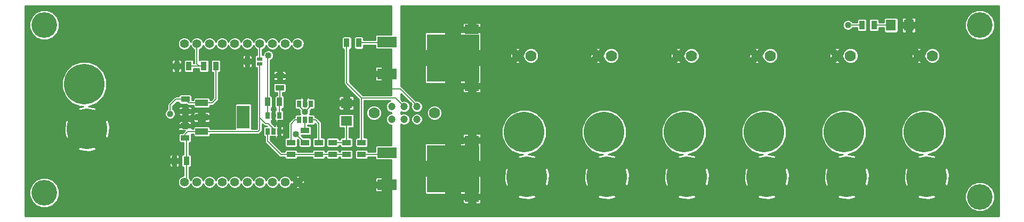
<source format=gtl>
G04 (created by PCBNEW (2013-06-11 BZR 4021)-stable) date Tue 16 Jul 2013 06:26:29 PM CDT*
%MOIN*%
G04 Gerber Fmt 3.4, Leading zero omitted, Abs format*
%FSLAX34Y34*%
G01*
G70*
G90*
G04 APERTURE LIST*
%ADD10C,0.00590551*%
%ADD11C,0.16*%
%ADD12R,0.0276X0.0394*%
%ADD13R,0.08X0.144*%
%ADD14R,0.08X0.04*%
%ADD15R,0.035X0.055*%
%ADD16R,0.055X0.035*%
%ADD17R,0.0709X0.0629*%
%ADD18R,0.0629X0.0709*%
%ADD19C,0.0472*%
%ADD20C,0.07*%
%ADD21C,0.055*%
%ADD22C,0.254*%
%ADD23R,0.035X0.0236*%
%ADD24R,0.12X0.065*%
%ADD25R,0.326772X0.295276*%
%ADD26R,0.0885827X0.0590551*%
%ADD27C,0.04*%
%ADD28C,0.008*%
%ADD29C,0.01*%
G04 APERTURE END LIST*
G54D10*
G54D11*
X13000Y-37500D03*
X13000Y-27000D03*
X71500Y-27000D03*
X71500Y-37750D03*
G54D12*
X27698Y-33650D03*
X27323Y-33650D03*
X26948Y-33650D03*
X26948Y-32650D03*
X27323Y-32650D03*
X27698Y-32650D03*
G54D13*
X25440Y-32760D03*
G54D14*
X22840Y-32760D03*
X22840Y-33660D03*
X22840Y-31860D03*
G54D15*
X64125Y-27000D03*
X64875Y-27000D03*
X21875Y-35500D03*
X21125Y-35500D03*
G54D16*
X30157Y-35099D03*
X30157Y-34349D03*
X31024Y-35099D03*
X31024Y-34349D03*
X28425Y-35099D03*
X28425Y-34349D03*
G54D15*
X23721Y-29567D03*
X22971Y-29567D03*
X26948Y-31811D03*
X27698Y-31811D03*
X22029Y-29567D03*
X21279Y-29567D03*
G54D16*
X32835Y-34349D03*
X32835Y-35099D03*
X27717Y-30926D03*
X27717Y-30176D03*
G54D15*
X31908Y-28110D03*
X32658Y-28110D03*
G54D16*
X31890Y-35099D03*
X31890Y-34349D03*
X21810Y-31645D03*
X21810Y-32395D03*
X21800Y-34055D03*
X21800Y-33305D03*
G54D17*
X31890Y-33000D03*
X31890Y-31882D03*
G54D18*
X65941Y-27000D03*
X67059Y-27000D03*
G54D19*
X36287Y-32894D03*
X35500Y-32894D03*
X34713Y-32894D03*
X36287Y-32106D03*
X35500Y-32106D03*
X34713Y-32106D03*
G54D20*
X37390Y-32500D03*
X33610Y-32500D03*
G54D21*
X21750Y-28169D03*
X24900Y-28169D03*
X26474Y-28169D03*
X25687Y-28169D03*
X23325Y-28169D03*
X24112Y-28169D03*
X22537Y-28169D03*
X28049Y-28169D03*
X28837Y-28169D03*
X27262Y-28169D03*
X27262Y-36831D03*
X28837Y-36831D03*
X28049Y-36831D03*
X22537Y-36831D03*
X24112Y-36831D03*
X23325Y-36831D03*
X25687Y-36831D03*
X26474Y-36831D03*
X24900Y-36831D03*
X21750Y-36831D03*
G54D20*
X42599Y-28920D03*
X43425Y-28920D03*
X47618Y-28920D03*
X48444Y-28920D03*
X52638Y-28920D03*
X53464Y-28920D03*
X62579Y-28920D03*
X63405Y-28920D03*
X67697Y-28920D03*
X68523Y-28920D03*
X57559Y-28920D03*
X58385Y-28920D03*
G54D12*
X28916Y-31941D03*
X29291Y-31941D03*
X29666Y-31941D03*
X29666Y-32941D03*
X29291Y-32941D03*
X28916Y-32941D03*
G54D22*
X68000Y-33700D03*
X68167Y-36500D03*
X15500Y-30700D03*
X15667Y-33500D03*
X63000Y-33700D03*
X63167Y-36500D03*
X53000Y-33700D03*
X53167Y-36500D03*
X48000Y-33700D03*
X48167Y-36500D03*
X43000Y-33700D03*
X43167Y-36500D03*
X58000Y-33700D03*
X58167Y-36500D03*
G54D16*
X29291Y-34351D03*
X29291Y-33601D03*
G54D23*
X26457Y-29429D03*
G54D15*
X25688Y-29272D03*
G54D23*
X26457Y-29115D03*
G54D24*
X34411Y-34990D03*
G54D25*
X38544Y-35990D03*
G54D24*
X34411Y-36990D03*
G54D26*
X39735Y-34218D03*
X39735Y-37761D03*
G54D24*
X34411Y-28050D03*
G54D25*
X38544Y-29050D03*
G54D24*
X34411Y-30050D03*
G54D26*
X39735Y-27278D03*
X39735Y-30821D03*
G54D27*
X63250Y-27000D03*
X28740Y-33819D03*
X33010Y-29020D03*
X33010Y-29500D03*
X33010Y-30030D03*
X33010Y-30500D03*
X33500Y-29000D03*
X33500Y-30500D03*
X33500Y-29500D03*
X34000Y-29000D03*
X34000Y-30750D03*
X33500Y-30000D03*
X34500Y-29000D03*
X34500Y-30750D03*
X19000Y-36250D03*
X34500Y-36000D03*
X32500Y-36000D03*
X19500Y-28750D03*
X19000Y-35750D03*
X20000Y-37250D03*
X32500Y-37000D03*
X19000Y-28750D03*
X19000Y-29250D03*
X19500Y-36250D03*
X21000Y-37250D03*
X20000Y-36250D03*
X33500Y-36000D03*
X33500Y-36500D03*
X19500Y-28250D03*
X33000Y-36000D03*
X19500Y-27750D03*
X33500Y-37000D03*
X19000Y-29750D03*
X20000Y-36750D03*
X19000Y-35250D03*
X20500Y-28250D03*
X20000Y-28750D03*
X19000Y-27750D03*
X32500Y-36500D03*
X20000Y-28250D03*
X33000Y-37000D03*
X19500Y-35750D03*
X20500Y-36750D03*
X19500Y-36750D03*
X19500Y-29250D03*
X33000Y-36500D03*
X21000Y-27750D03*
X20500Y-27750D03*
X20500Y-37250D03*
X19000Y-36750D03*
X19500Y-37250D03*
X34000Y-36000D03*
X20000Y-27750D03*
X19000Y-28250D03*
X19000Y-37250D03*
X20860Y-32560D03*
X27008Y-28898D03*
X29291Y-32441D03*
G54D28*
X21875Y-35500D02*
X21875Y-34130D01*
X21875Y-34130D02*
X21800Y-34055D01*
X22840Y-33660D02*
X21970Y-33660D01*
X21970Y-33660D02*
X21800Y-33830D01*
X21800Y-33830D02*
X21800Y-34055D01*
X22840Y-33660D02*
X26350Y-33660D01*
X26457Y-33553D02*
X26457Y-32795D01*
X26350Y-33660D02*
X26457Y-33553D01*
X21875Y-36706D02*
X21750Y-36831D01*
X21875Y-35500D02*
X21875Y-36706D01*
X26457Y-30650D02*
X26457Y-29429D01*
X27323Y-33650D02*
X27323Y-33465D01*
X26812Y-33150D02*
X26457Y-32795D01*
X27323Y-33485D02*
X26988Y-33150D01*
X27323Y-33650D02*
X27323Y-33485D01*
X26988Y-33150D02*
X26812Y-33150D01*
X26457Y-32795D02*
X26457Y-30650D01*
X64125Y-27000D02*
X63250Y-27000D01*
X29272Y-34351D02*
X29291Y-34351D01*
X28740Y-33819D02*
X29272Y-34351D01*
X30157Y-35099D02*
X28425Y-35099D01*
X26948Y-33650D02*
X26948Y-34271D01*
X26948Y-34271D02*
X27776Y-35099D01*
X27776Y-35099D02*
X28425Y-35099D01*
X31024Y-35099D02*
X30157Y-35099D01*
X31890Y-35099D02*
X31024Y-35099D01*
X22537Y-28169D02*
X22537Y-29426D01*
X22537Y-29426D02*
X22677Y-29567D01*
X22971Y-29567D02*
X22677Y-29567D01*
X22677Y-29567D02*
X22029Y-29567D01*
X33500Y-30500D02*
X33010Y-30500D01*
X33010Y-30030D02*
X33010Y-29500D01*
X34500Y-29900D02*
X34500Y-29000D01*
X34000Y-29000D02*
X33500Y-29000D01*
X33750Y-30750D02*
X34000Y-30750D01*
X33500Y-30500D02*
X33750Y-30750D01*
X34500Y-30750D02*
X34250Y-31000D01*
X33500Y-29500D02*
X33500Y-30000D01*
X34250Y-31000D02*
X33500Y-31000D01*
X33500Y-36500D02*
X33500Y-37000D01*
X35250Y-31000D02*
X34500Y-31000D01*
X19500Y-36750D02*
X19500Y-37250D01*
X34500Y-36900D02*
X34500Y-36000D01*
X20500Y-37000D02*
X20500Y-36750D01*
X19500Y-28250D02*
X19500Y-27750D01*
X27323Y-32650D02*
X27323Y-32913D01*
X34000Y-36000D02*
X33500Y-36000D01*
X20500Y-37250D02*
X21000Y-37250D01*
X19000Y-35750D02*
X19000Y-35250D01*
X20500Y-27750D02*
X21000Y-27750D01*
X19000Y-29764D02*
X19000Y-29750D01*
X20000Y-36250D02*
X20500Y-36750D01*
X33000Y-37000D02*
X33000Y-36500D01*
X20000Y-28250D02*
X20000Y-28500D01*
X19000Y-28250D02*
X19000Y-28750D01*
X20000Y-28500D02*
X20000Y-28250D01*
X32500Y-36500D02*
X32500Y-37000D01*
X20500Y-36750D02*
X20500Y-37000D01*
X20000Y-28750D02*
X20500Y-28250D01*
X20000Y-37250D02*
X20000Y-36750D01*
X27698Y-33288D02*
X27698Y-33650D01*
X21125Y-35500D02*
X20750Y-35500D01*
X36287Y-32106D02*
X36287Y-32037D01*
X29291Y-31941D02*
X29291Y-31575D01*
X27323Y-32913D02*
X27698Y-33288D01*
X19000Y-36750D02*
X19000Y-36250D01*
X19000Y-29250D02*
X19000Y-29764D01*
X19500Y-35750D02*
X19500Y-36250D01*
X18976Y-29764D02*
X19000Y-29764D01*
X33000Y-36000D02*
X32500Y-36000D01*
X15667Y-33073D02*
X18976Y-29764D01*
X36287Y-32037D02*
X35250Y-31000D01*
X20750Y-35500D02*
X19000Y-37250D01*
X19500Y-29250D02*
X19500Y-28750D01*
X20000Y-27750D02*
X20000Y-28250D01*
X15667Y-33500D02*
X15667Y-33073D01*
X34500Y-28100D02*
X32668Y-28100D01*
X32668Y-28100D02*
X32658Y-28110D01*
X28425Y-34349D02*
X28425Y-33189D01*
X28673Y-32941D02*
X28916Y-32941D01*
X28425Y-33189D02*
X28673Y-32941D01*
X32836Y-35100D02*
X32835Y-35099D01*
X34500Y-35100D02*
X32836Y-35100D01*
X26457Y-28186D02*
X26474Y-28169D01*
X26457Y-29115D02*
X26457Y-28186D01*
X20860Y-32560D02*
X20870Y-32560D01*
X20870Y-32560D02*
X20860Y-32560D01*
X20860Y-32560D02*
X20870Y-32560D01*
X22840Y-31860D02*
X22025Y-31860D01*
X22025Y-31860D02*
X21810Y-31645D01*
X20870Y-32120D02*
X20870Y-32000D01*
X20870Y-32000D02*
X21225Y-31645D01*
X21225Y-31645D02*
X21810Y-31645D01*
X20870Y-32560D02*
X20870Y-32120D01*
X22840Y-31860D02*
X23500Y-31860D01*
X23721Y-31639D02*
X23721Y-29567D01*
X23500Y-31860D02*
X23721Y-31639D01*
X22765Y-31935D02*
X22840Y-31860D01*
X27717Y-30926D02*
X27717Y-31792D01*
X27698Y-31811D02*
X27698Y-32650D01*
X27717Y-31792D02*
X27698Y-31811D01*
X26948Y-32650D02*
X26948Y-31811D01*
X26948Y-28958D02*
X26948Y-31811D01*
X27008Y-28898D02*
X26948Y-28958D01*
X31890Y-34349D02*
X31890Y-33000D01*
X31024Y-34349D02*
X31890Y-34349D01*
X64875Y-27000D02*
X65941Y-27000D01*
X34961Y-31575D02*
X32835Y-31575D01*
X32835Y-31575D02*
X32756Y-31496D01*
X31908Y-28110D02*
X31908Y-30648D01*
X31908Y-30648D02*
X32756Y-31496D01*
X35500Y-32106D02*
X35500Y-32035D01*
X35500Y-32106D02*
X35492Y-32106D01*
X35492Y-32106D02*
X34961Y-31575D01*
X32835Y-34349D02*
X32835Y-31575D01*
X28916Y-31941D02*
X28916Y-32066D01*
X29666Y-31941D02*
X29666Y-32066D01*
X28916Y-32066D02*
X29291Y-32441D01*
X29666Y-32066D02*
X29291Y-32441D01*
X30157Y-34349D02*
X30157Y-33149D01*
X30157Y-33149D02*
X29949Y-32941D01*
X29949Y-32941D02*
X29666Y-32941D01*
X29291Y-32941D02*
X29291Y-33601D01*
G54D10*
G36*
X72700Y-38950D02*
X72430Y-38950D01*
X72430Y-37565D01*
X72430Y-26815D01*
X72288Y-26473D01*
X72027Y-26212D01*
X71685Y-26070D01*
X71315Y-26069D01*
X70973Y-26211D01*
X70712Y-26472D01*
X70570Y-26814D01*
X70569Y-27184D01*
X70711Y-27526D01*
X70972Y-27787D01*
X71314Y-27929D01*
X71684Y-27930D01*
X72026Y-27788D01*
X72287Y-27527D01*
X72429Y-27185D01*
X72430Y-26815D01*
X72430Y-37565D01*
X72288Y-37223D01*
X72027Y-36962D01*
X71685Y-36820D01*
X71315Y-36819D01*
X70973Y-36961D01*
X70712Y-37222D01*
X70570Y-37564D01*
X70569Y-37934D01*
X70711Y-38276D01*
X70972Y-38537D01*
X71314Y-38679D01*
X71684Y-38680D01*
X72026Y-38538D01*
X72287Y-38277D01*
X72429Y-37935D01*
X72430Y-37565D01*
X72430Y-38950D01*
X69589Y-38950D01*
X69589Y-36378D01*
X69527Y-36067D01*
X69418Y-35884D01*
X69400Y-35903D01*
X69400Y-33422D01*
X69187Y-32907D01*
X69003Y-32723D01*
X69003Y-28824D01*
X68930Y-28648D01*
X68795Y-28513D01*
X68618Y-28440D01*
X68427Y-28439D01*
X68251Y-28512D01*
X68116Y-28647D01*
X68045Y-28819D01*
X67944Y-28920D01*
X68045Y-29020D01*
X68115Y-29191D01*
X68250Y-29326D01*
X68427Y-29399D01*
X68618Y-29400D01*
X68794Y-29327D01*
X68929Y-29192D01*
X69002Y-29015D01*
X69003Y-28824D01*
X69003Y-32723D01*
X68794Y-32513D01*
X68279Y-32300D01*
X67871Y-32299D01*
X67871Y-29342D01*
X67871Y-28497D01*
X67824Y-28447D01*
X67633Y-28434D01*
X67569Y-28447D01*
X67522Y-28497D01*
X67697Y-28672D01*
X67871Y-28497D01*
X67871Y-29342D01*
X67697Y-29167D01*
X67522Y-29342D01*
X67569Y-29392D01*
X67760Y-29405D01*
X67824Y-29392D01*
X67871Y-29342D01*
X67871Y-32299D01*
X67722Y-32299D01*
X67503Y-32390D01*
X67503Y-27328D01*
X67503Y-26671D01*
X67503Y-26619D01*
X67483Y-26571D01*
X67447Y-26535D01*
X67399Y-26515D01*
X67248Y-26515D01*
X67216Y-26548D01*
X67216Y-26822D01*
X67471Y-26822D01*
X67503Y-26790D01*
X67503Y-26671D01*
X67503Y-27328D01*
X67503Y-27209D01*
X67471Y-27177D01*
X67216Y-27177D01*
X67216Y-27452D01*
X67248Y-27484D01*
X67399Y-27484D01*
X67447Y-27464D01*
X67483Y-27428D01*
X67503Y-27380D01*
X67503Y-27328D01*
X67503Y-32390D01*
X67449Y-32412D01*
X67449Y-28920D01*
X67274Y-28745D01*
X67224Y-28792D01*
X67211Y-28983D01*
X67224Y-29047D01*
X67274Y-29094D01*
X67449Y-28920D01*
X67449Y-32412D01*
X67207Y-32512D01*
X66901Y-32818D01*
X66901Y-27452D01*
X66901Y-27177D01*
X66901Y-26822D01*
X66901Y-26548D01*
X66869Y-26515D01*
X66718Y-26515D01*
X66670Y-26535D01*
X66634Y-26571D01*
X66614Y-26619D01*
X66614Y-26671D01*
X66614Y-26790D01*
X66647Y-26822D01*
X66901Y-26822D01*
X66901Y-27177D01*
X66647Y-27177D01*
X66614Y-27209D01*
X66614Y-27328D01*
X66614Y-27380D01*
X66634Y-27428D01*
X66670Y-27464D01*
X66718Y-27484D01*
X66869Y-27484D01*
X66901Y-27452D01*
X66901Y-32818D01*
X66813Y-32905D01*
X66600Y-33420D01*
X66599Y-33977D01*
X66812Y-34492D01*
X67205Y-34886D01*
X67720Y-35099D01*
X67934Y-35099D01*
X67734Y-35139D01*
X67551Y-35248D01*
X68167Y-35863D01*
X68782Y-35248D01*
X68599Y-35139D01*
X68246Y-35100D01*
X68277Y-35100D01*
X68792Y-34887D01*
X69186Y-34494D01*
X69399Y-33979D01*
X69400Y-33422D01*
X69400Y-35903D01*
X68803Y-36500D01*
X69418Y-37115D01*
X69527Y-36932D01*
X69589Y-36378D01*
X69589Y-38950D01*
X68782Y-38950D01*
X68782Y-37751D01*
X68167Y-37136D01*
X67551Y-37751D01*
X67734Y-37860D01*
X68288Y-37922D01*
X68599Y-37860D01*
X68782Y-37751D01*
X68782Y-38950D01*
X67530Y-38950D01*
X67530Y-36500D01*
X66915Y-35884D01*
X66806Y-36067D01*
X66744Y-36621D01*
X66806Y-36932D01*
X66915Y-37115D01*
X67530Y-36500D01*
X67530Y-38950D01*
X66385Y-38950D01*
X66385Y-27328D01*
X66385Y-26619D01*
X66365Y-26571D01*
X66329Y-26535D01*
X66281Y-26515D01*
X66229Y-26515D01*
X65600Y-26515D01*
X65552Y-26535D01*
X65516Y-26571D01*
X65496Y-26619D01*
X65496Y-26671D01*
X65496Y-26830D01*
X65180Y-26830D01*
X65180Y-26699D01*
X65160Y-26651D01*
X65123Y-26614D01*
X65075Y-26595D01*
X65024Y-26594D01*
X64674Y-26594D01*
X64626Y-26614D01*
X64589Y-26651D01*
X64570Y-26699D01*
X64569Y-26750D01*
X64569Y-27300D01*
X64589Y-27348D01*
X64626Y-27385D01*
X64674Y-27404D01*
X64725Y-27405D01*
X65075Y-27405D01*
X65123Y-27385D01*
X65160Y-27348D01*
X65179Y-27300D01*
X65180Y-27249D01*
X65180Y-27170D01*
X65496Y-27170D01*
X65496Y-27380D01*
X65516Y-27428D01*
X65552Y-27464D01*
X65600Y-27484D01*
X65652Y-27484D01*
X66281Y-27484D01*
X66329Y-27464D01*
X66365Y-27428D01*
X66385Y-27380D01*
X66385Y-27328D01*
X66385Y-38950D01*
X64589Y-38950D01*
X64589Y-36378D01*
X64527Y-36067D01*
X64430Y-35903D01*
X64430Y-27249D01*
X64430Y-26699D01*
X64410Y-26651D01*
X64373Y-26614D01*
X64325Y-26595D01*
X64274Y-26594D01*
X63924Y-26594D01*
X63876Y-26614D01*
X63839Y-26651D01*
X63820Y-26699D01*
X63819Y-26750D01*
X63819Y-26830D01*
X63536Y-26830D01*
X63529Y-26813D01*
X63437Y-26720D01*
X63315Y-26670D01*
X63184Y-26669D01*
X63063Y-26720D01*
X62970Y-26812D01*
X62920Y-26934D01*
X62919Y-27065D01*
X62970Y-27186D01*
X63062Y-27279D01*
X63184Y-27329D01*
X63315Y-27330D01*
X63436Y-27279D01*
X63529Y-27187D01*
X63536Y-27170D01*
X63819Y-27170D01*
X63819Y-27300D01*
X63839Y-27348D01*
X63876Y-27385D01*
X63924Y-27404D01*
X63975Y-27405D01*
X64325Y-27405D01*
X64373Y-27385D01*
X64410Y-27348D01*
X64429Y-27300D01*
X64430Y-27249D01*
X64430Y-35903D01*
X64418Y-35884D01*
X64400Y-35903D01*
X64400Y-33422D01*
X64187Y-32907D01*
X63885Y-32605D01*
X63885Y-28824D01*
X63812Y-28648D01*
X63677Y-28513D01*
X63500Y-28440D01*
X63309Y-28439D01*
X63133Y-28512D01*
X62998Y-28647D01*
X62927Y-28819D01*
X62826Y-28920D01*
X62927Y-29020D01*
X62997Y-29191D01*
X63132Y-29326D01*
X63309Y-29399D01*
X63500Y-29400D01*
X63676Y-29327D01*
X63811Y-29192D01*
X63884Y-29015D01*
X63885Y-28824D01*
X63885Y-32605D01*
X63794Y-32513D01*
X63279Y-32300D01*
X62753Y-32299D01*
X62753Y-29342D01*
X62753Y-28497D01*
X62706Y-28447D01*
X62515Y-28434D01*
X62451Y-28447D01*
X62404Y-28497D01*
X62579Y-28672D01*
X62753Y-28497D01*
X62753Y-29342D01*
X62579Y-29167D01*
X62404Y-29342D01*
X62451Y-29392D01*
X62642Y-29405D01*
X62706Y-29392D01*
X62753Y-29342D01*
X62753Y-32299D01*
X62722Y-32299D01*
X62331Y-32461D01*
X62331Y-28920D01*
X62156Y-28745D01*
X62106Y-28792D01*
X62093Y-28983D01*
X62106Y-29047D01*
X62156Y-29094D01*
X62331Y-28920D01*
X62331Y-32461D01*
X62207Y-32512D01*
X61813Y-32905D01*
X61600Y-33420D01*
X61599Y-33977D01*
X61812Y-34492D01*
X62205Y-34886D01*
X62720Y-35099D01*
X62934Y-35099D01*
X62734Y-35139D01*
X62551Y-35248D01*
X63167Y-35863D01*
X63782Y-35248D01*
X63599Y-35139D01*
X63246Y-35100D01*
X63277Y-35100D01*
X63792Y-34887D01*
X64186Y-34494D01*
X64399Y-33979D01*
X64400Y-33422D01*
X64400Y-35903D01*
X63803Y-36500D01*
X64418Y-37115D01*
X64527Y-36932D01*
X64589Y-36378D01*
X64589Y-38950D01*
X63782Y-38950D01*
X63782Y-37751D01*
X63167Y-37136D01*
X62551Y-37751D01*
X62734Y-37860D01*
X63288Y-37922D01*
X63599Y-37860D01*
X63782Y-37751D01*
X63782Y-38950D01*
X62530Y-38950D01*
X62530Y-36500D01*
X61915Y-35884D01*
X61806Y-36067D01*
X61744Y-36621D01*
X61806Y-36932D01*
X61915Y-37115D01*
X62530Y-36500D01*
X62530Y-38950D01*
X59589Y-38950D01*
X59589Y-36378D01*
X59527Y-36067D01*
X59418Y-35884D01*
X59400Y-35903D01*
X59400Y-33422D01*
X59187Y-32907D01*
X58865Y-32584D01*
X58865Y-28824D01*
X58792Y-28648D01*
X58657Y-28513D01*
X58480Y-28440D01*
X58289Y-28439D01*
X58113Y-28512D01*
X57978Y-28647D01*
X57907Y-28819D01*
X57806Y-28920D01*
X57907Y-29020D01*
X57977Y-29191D01*
X58112Y-29326D01*
X58289Y-29399D01*
X58480Y-29400D01*
X58656Y-29327D01*
X58791Y-29192D01*
X58864Y-29015D01*
X58865Y-28824D01*
X58865Y-32584D01*
X58794Y-32513D01*
X58279Y-32300D01*
X57733Y-32299D01*
X57733Y-29342D01*
X57733Y-28497D01*
X57686Y-28447D01*
X57495Y-28434D01*
X57431Y-28447D01*
X57384Y-28497D01*
X57559Y-28672D01*
X57733Y-28497D01*
X57733Y-29342D01*
X57559Y-29167D01*
X57384Y-29342D01*
X57431Y-29392D01*
X57622Y-29405D01*
X57686Y-29392D01*
X57733Y-29342D01*
X57733Y-32299D01*
X57722Y-32299D01*
X57311Y-32469D01*
X57311Y-28920D01*
X57136Y-28745D01*
X57086Y-28792D01*
X57073Y-28983D01*
X57086Y-29047D01*
X57136Y-29094D01*
X57311Y-28920D01*
X57311Y-32469D01*
X57207Y-32512D01*
X56813Y-32905D01*
X56600Y-33420D01*
X56599Y-33977D01*
X56812Y-34492D01*
X57205Y-34886D01*
X57720Y-35099D01*
X57934Y-35099D01*
X57734Y-35139D01*
X57551Y-35248D01*
X58167Y-35863D01*
X58782Y-35248D01*
X58599Y-35139D01*
X58246Y-35100D01*
X58277Y-35100D01*
X58792Y-34887D01*
X59186Y-34494D01*
X59399Y-33979D01*
X59400Y-33422D01*
X59400Y-35903D01*
X58803Y-36500D01*
X59418Y-37115D01*
X59527Y-36932D01*
X59589Y-36378D01*
X59589Y-38950D01*
X58782Y-38950D01*
X58782Y-37751D01*
X58167Y-37136D01*
X57551Y-37751D01*
X57734Y-37860D01*
X58288Y-37922D01*
X58599Y-37860D01*
X58782Y-37751D01*
X58782Y-38950D01*
X57530Y-38950D01*
X57530Y-36500D01*
X56915Y-35884D01*
X56806Y-36067D01*
X56744Y-36621D01*
X56806Y-36932D01*
X56915Y-37115D01*
X57530Y-36500D01*
X57530Y-38950D01*
X54589Y-38950D01*
X54589Y-36378D01*
X54527Y-36067D01*
X54418Y-35884D01*
X54400Y-35903D01*
X54400Y-33422D01*
X54187Y-32907D01*
X53944Y-32664D01*
X53944Y-28824D01*
X53871Y-28648D01*
X53736Y-28513D01*
X53559Y-28440D01*
X53368Y-28439D01*
X53192Y-28512D01*
X53057Y-28647D01*
X52986Y-28819D01*
X52885Y-28920D01*
X52986Y-29020D01*
X53056Y-29191D01*
X53191Y-29326D01*
X53368Y-29399D01*
X53559Y-29400D01*
X53735Y-29327D01*
X53870Y-29192D01*
X53943Y-29015D01*
X53944Y-28824D01*
X53944Y-32664D01*
X53794Y-32513D01*
X53279Y-32300D01*
X52812Y-32299D01*
X52812Y-29342D01*
X52812Y-28497D01*
X52765Y-28447D01*
X52574Y-28434D01*
X52510Y-28447D01*
X52463Y-28497D01*
X52638Y-28672D01*
X52812Y-28497D01*
X52812Y-29342D01*
X52638Y-29167D01*
X52463Y-29342D01*
X52510Y-29392D01*
X52701Y-29405D01*
X52765Y-29392D01*
X52812Y-29342D01*
X52812Y-32299D01*
X52722Y-32299D01*
X52390Y-32437D01*
X52390Y-28920D01*
X52215Y-28745D01*
X52165Y-28792D01*
X52152Y-28983D01*
X52165Y-29047D01*
X52215Y-29094D01*
X52390Y-28920D01*
X52390Y-32437D01*
X52207Y-32512D01*
X51813Y-32905D01*
X51600Y-33420D01*
X51599Y-33977D01*
X51812Y-34492D01*
X52205Y-34886D01*
X52720Y-35099D01*
X52934Y-35099D01*
X52734Y-35139D01*
X52551Y-35248D01*
X53167Y-35863D01*
X53782Y-35248D01*
X53599Y-35139D01*
X53246Y-35100D01*
X53277Y-35100D01*
X53792Y-34887D01*
X54186Y-34494D01*
X54399Y-33979D01*
X54400Y-33422D01*
X54400Y-35903D01*
X53803Y-36500D01*
X54418Y-37115D01*
X54527Y-36932D01*
X54589Y-36378D01*
X54589Y-38950D01*
X53782Y-38950D01*
X53782Y-37751D01*
X53167Y-37136D01*
X52551Y-37751D01*
X52734Y-37860D01*
X53288Y-37922D01*
X53599Y-37860D01*
X53782Y-37751D01*
X53782Y-38950D01*
X52530Y-38950D01*
X52530Y-36500D01*
X51915Y-35884D01*
X51806Y-36067D01*
X51744Y-36621D01*
X51806Y-36932D01*
X51915Y-37115D01*
X52530Y-36500D01*
X52530Y-38950D01*
X49589Y-38950D01*
X49589Y-36378D01*
X49527Y-36067D01*
X49418Y-35884D01*
X49400Y-35903D01*
X49400Y-33422D01*
X49187Y-32907D01*
X48924Y-32644D01*
X48924Y-28824D01*
X48851Y-28648D01*
X48716Y-28513D01*
X48539Y-28440D01*
X48348Y-28439D01*
X48172Y-28512D01*
X48037Y-28647D01*
X47966Y-28819D01*
X47865Y-28920D01*
X47966Y-29020D01*
X48036Y-29191D01*
X48171Y-29326D01*
X48348Y-29399D01*
X48539Y-29400D01*
X48715Y-29327D01*
X48850Y-29192D01*
X48923Y-29015D01*
X48924Y-28824D01*
X48924Y-32644D01*
X48794Y-32513D01*
X48279Y-32300D01*
X47792Y-32299D01*
X47792Y-29342D01*
X47792Y-28497D01*
X47745Y-28447D01*
X47554Y-28434D01*
X47490Y-28447D01*
X47443Y-28497D01*
X47618Y-28672D01*
X47792Y-28497D01*
X47792Y-29342D01*
X47618Y-29167D01*
X47443Y-29342D01*
X47490Y-29392D01*
X47681Y-29405D01*
X47745Y-29392D01*
X47792Y-29342D01*
X47792Y-32299D01*
X47722Y-32299D01*
X47370Y-32445D01*
X47370Y-28920D01*
X47195Y-28745D01*
X47145Y-28792D01*
X47132Y-28983D01*
X47145Y-29047D01*
X47195Y-29094D01*
X47370Y-28920D01*
X47370Y-32445D01*
X47207Y-32512D01*
X46813Y-32905D01*
X46600Y-33420D01*
X46599Y-33977D01*
X46812Y-34492D01*
X47205Y-34886D01*
X47720Y-35099D01*
X47934Y-35099D01*
X47734Y-35139D01*
X47551Y-35248D01*
X48167Y-35863D01*
X48782Y-35248D01*
X48599Y-35139D01*
X48246Y-35100D01*
X48277Y-35100D01*
X48792Y-34887D01*
X49186Y-34494D01*
X49399Y-33979D01*
X49400Y-33422D01*
X49400Y-35903D01*
X48803Y-36500D01*
X49418Y-37115D01*
X49527Y-36932D01*
X49589Y-36378D01*
X49589Y-38950D01*
X48782Y-38950D01*
X48782Y-37751D01*
X48167Y-37136D01*
X47551Y-37751D01*
X47734Y-37860D01*
X48288Y-37922D01*
X48599Y-37860D01*
X48782Y-37751D01*
X48782Y-38950D01*
X47530Y-38950D01*
X47530Y-36500D01*
X46915Y-35884D01*
X46806Y-36067D01*
X46744Y-36621D01*
X46806Y-36932D01*
X46915Y-37115D01*
X47530Y-36500D01*
X47530Y-38950D01*
X44589Y-38950D01*
X44589Y-36378D01*
X44527Y-36067D01*
X44418Y-35884D01*
X44400Y-35903D01*
X44400Y-33422D01*
X44187Y-32907D01*
X43905Y-32625D01*
X43905Y-28824D01*
X43832Y-28648D01*
X43697Y-28513D01*
X43520Y-28440D01*
X43329Y-28439D01*
X43153Y-28512D01*
X43018Y-28647D01*
X42947Y-28819D01*
X42846Y-28920D01*
X42947Y-29020D01*
X43017Y-29191D01*
X43152Y-29326D01*
X43329Y-29399D01*
X43520Y-29400D01*
X43696Y-29327D01*
X43831Y-29192D01*
X43904Y-29015D01*
X43905Y-28824D01*
X43905Y-32625D01*
X43794Y-32513D01*
X43279Y-32300D01*
X42773Y-32299D01*
X42773Y-29342D01*
X42773Y-28497D01*
X42726Y-28447D01*
X42535Y-28434D01*
X42471Y-28447D01*
X42424Y-28497D01*
X42599Y-28672D01*
X42773Y-28497D01*
X42773Y-29342D01*
X42599Y-29167D01*
X42424Y-29342D01*
X42471Y-29392D01*
X42662Y-29405D01*
X42726Y-29392D01*
X42773Y-29342D01*
X42773Y-32299D01*
X42722Y-32299D01*
X42351Y-32453D01*
X42351Y-28920D01*
X42176Y-28745D01*
X42126Y-28792D01*
X42113Y-28983D01*
X42126Y-29047D01*
X42176Y-29094D01*
X42351Y-28920D01*
X42351Y-32453D01*
X42207Y-32512D01*
X41813Y-32905D01*
X41600Y-33420D01*
X41599Y-33977D01*
X41812Y-34492D01*
X42205Y-34886D01*
X42720Y-35099D01*
X42934Y-35099D01*
X42734Y-35139D01*
X42551Y-35248D01*
X43167Y-35863D01*
X43782Y-35248D01*
X43599Y-35139D01*
X43246Y-35100D01*
X43277Y-35100D01*
X43792Y-34887D01*
X44186Y-34494D01*
X44399Y-33979D01*
X44400Y-33422D01*
X44400Y-35903D01*
X43803Y-36500D01*
X44418Y-37115D01*
X44527Y-36932D01*
X44589Y-36378D01*
X44589Y-38950D01*
X43782Y-38950D01*
X43782Y-37751D01*
X43167Y-37136D01*
X42551Y-37751D01*
X42734Y-37860D01*
X43288Y-37922D01*
X43599Y-37860D01*
X43782Y-37751D01*
X43782Y-38950D01*
X42530Y-38950D01*
X42530Y-36500D01*
X41915Y-35884D01*
X41806Y-36067D01*
X41744Y-36621D01*
X41806Y-36932D01*
X41915Y-37115D01*
X42530Y-36500D01*
X42530Y-38950D01*
X40308Y-38950D01*
X40308Y-38082D01*
X40308Y-37492D01*
X40308Y-37446D01*
X40308Y-37440D01*
X40308Y-34539D01*
X40308Y-34533D01*
X40308Y-34487D01*
X40308Y-33897D01*
X40308Y-31142D01*
X40308Y-30552D01*
X40308Y-30506D01*
X40308Y-30500D01*
X40308Y-27599D01*
X40308Y-27593D01*
X40308Y-27547D01*
X40308Y-26957D01*
X40289Y-26909D01*
X40252Y-26872D01*
X40204Y-26853D01*
X40153Y-26853D01*
X39989Y-26853D01*
X39957Y-26885D01*
X39957Y-27130D01*
X40276Y-27130D01*
X40308Y-27098D01*
X40308Y-26957D01*
X40308Y-27547D01*
X40308Y-27547D01*
X40308Y-27458D01*
X40276Y-27425D01*
X39957Y-27425D01*
X39957Y-27443D01*
X39514Y-27443D01*
X39514Y-27425D01*
X39514Y-27130D01*
X39514Y-26885D01*
X39481Y-26853D01*
X39318Y-26853D01*
X39267Y-26853D01*
X39219Y-26872D01*
X39182Y-26909D01*
X39162Y-26957D01*
X39162Y-27098D01*
X39195Y-27130D01*
X39514Y-27130D01*
X39514Y-27425D01*
X39195Y-27425D01*
X39177Y-27443D01*
X39027Y-27443D01*
X38994Y-27476D01*
X38994Y-28600D01*
X40276Y-28600D01*
X40308Y-28567D01*
X40308Y-27599D01*
X40308Y-27599D01*
X40308Y-30500D01*
X40308Y-30500D01*
X40308Y-29532D01*
X40276Y-29500D01*
X38994Y-29500D01*
X38994Y-30623D01*
X39027Y-30656D01*
X39177Y-30656D01*
X39195Y-30674D01*
X39514Y-30674D01*
X39514Y-30656D01*
X39957Y-30656D01*
X39957Y-30674D01*
X40276Y-30674D01*
X40308Y-30641D01*
X40308Y-30552D01*
X40308Y-30552D01*
X40308Y-31142D01*
X40308Y-31001D01*
X40276Y-30969D01*
X39957Y-30969D01*
X39957Y-31214D01*
X39989Y-31246D01*
X40153Y-31246D01*
X40204Y-31246D01*
X40252Y-31227D01*
X40289Y-31190D01*
X40308Y-31142D01*
X40308Y-33897D01*
X40289Y-33849D01*
X40252Y-33812D01*
X40204Y-33793D01*
X40153Y-33793D01*
X39989Y-33793D01*
X39957Y-33825D01*
X39957Y-34070D01*
X40276Y-34070D01*
X40308Y-34038D01*
X40308Y-33897D01*
X40308Y-34487D01*
X40308Y-34487D01*
X40308Y-34398D01*
X40276Y-34365D01*
X39957Y-34365D01*
X39957Y-34383D01*
X39514Y-34383D01*
X39514Y-34365D01*
X39514Y-34070D01*
X39514Y-33825D01*
X39514Y-31214D01*
X39514Y-30969D01*
X39195Y-30969D01*
X39162Y-31001D01*
X39162Y-31142D01*
X39182Y-31190D01*
X39219Y-31227D01*
X39267Y-31246D01*
X39318Y-31246D01*
X39481Y-31246D01*
X39514Y-31214D01*
X39514Y-33825D01*
X39481Y-33793D01*
X39318Y-33793D01*
X39267Y-33793D01*
X39219Y-33812D01*
X39182Y-33849D01*
X39162Y-33897D01*
X39162Y-34038D01*
X39195Y-34070D01*
X39514Y-34070D01*
X39514Y-34365D01*
X39195Y-34365D01*
X39177Y-34383D01*
X39027Y-34383D01*
X38994Y-34416D01*
X38994Y-35540D01*
X40276Y-35540D01*
X40308Y-35507D01*
X40308Y-34539D01*
X40308Y-34539D01*
X40308Y-37440D01*
X40308Y-37440D01*
X40308Y-36472D01*
X40276Y-36440D01*
X38994Y-36440D01*
X38994Y-37563D01*
X39027Y-37596D01*
X39177Y-37596D01*
X39195Y-37614D01*
X39514Y-37614D01*
X39514Y-37596D01*
X39957Y-37596D01*
X39957Y-37614D01*
X40276Y-37614D01*
X40308Y-37581D01*
X40308Y-37492D01*
X40308Y-37492D01*
X40308Y-38082D01*
X40308Y-37941D01*
X40276Y-37909D01*
X39957Y-37909D01*
X39957Y-38154D01*
X39989Y-38186D01*
X40153Y-38186D01*
X40204Y-38186D01*
X40252Y-38167D01*
X40289Y-38130D01*
X40308Y-38082D01*
X40308Y-38950D01*
X39514Y-38950D01*
X39514Y-38154D01*
X39514Y-37909D01*
X39195Y-37909D01*
X39162Y-37941D01*
X39162Y-38082D01*
X39182Y-38130D01*
X39219Y-38167D01*
X39267Y-38186D01*
X39318Y-38186D01*
X39481Y-38186D01*
X39514Y-38154D01*
X39514Y-38950D01*
X38094Y-38950D01*
X38094Y-37563D01*
X38094Y-36440D01*
X38094Y-35540D01*
X38094Y-34416D01*
X38094Y-30623D01*
X38094Y-29500D01*
X38094Y-28600D01*
X38094Y-27476D01*
X38062Y-27443D01*
X36936Y-27443D01*
X36885Y-27443D01*
X36837Y-27463D01*
X36800Y-27500D01*
X36781Y-27547D01*
X36781Y-28567D01*
X36813Y-28600D01*
X38094Y-28600D01*
X38094Y-29500D01*
X36813Y-29500D01*
X36781Y-29532D01*
X36781Y-30552D01*
X36800Y-30599D01*
X36837Y-30636D01*
X36885Y-30656D01*
X36936Y-30656D01*
X38062Y-30656D01*
X38094Y-30623D01*
X38094Y-34416D01*
X38062Y-34383D01*
X37870Y-34383D01*
X37870Y-32404D01*
X37797Y-32228D01*
X37662Y-32093D01*
X37485Y-32020D01*
X37294Y-32019D01*
X37118Y-32092D01*
X36983Y-32227D01*
X36910Y-32404D01*
X36909Y-32595D01*
X36982Y-32771D01*
X37117Y-32906D01*
X37294Y-32979D01*
X37485Y-32980D01*
X37661Y-32907D01*
X37796Y-32772D01*
X37869Y-32595D01*
X37870Y-32404D01*
X37870Y-34383D01*
X36936Y-34383D01*
X36885Y-34383D01*
X36837Y-34403D01*
X36800Y-34440D01*
X36781Y-34487D01*
X36781Y-35507D01*
X36813Y-35540D01*
X38094Y-35540D01*
X38094Y-36440D01*
X36813Y-36440D01*
X36781Y-36472D01*
X36781Y-37492D01*
X36800Y-37539D01*
X36837Y-37576D01*
X36885Y-37596D01*
X36936Y-37596D01*
X38062Y-37596D01*
X38094Y-37563D01*
X38094Y-38950D01*
X36653Y-38950D01*
X36653Y-32821D01*
X36597Y-32686D01*
X36494Y-32583D01*
X36360Y-32528D01*
X36214Y-32527D01*
X36079Y-32583D01*
X35976Y-32686D01*
X35921Y-32820D01*
X35920Y-32966D01*
X35976Y-33101D01*
X36079Y-33204D01*
X36213Y-33259D01*
X36359Y-33260D01*
X36494Y-33204D01*
X36597Y-33101D01*
X36652Y-32967D01*
X36653Y-32821D01*
X36653Y-38950D01*
X35300Y-38950D01*
X35300Y-33207D01*
X35426Y-33259D01*
X35572Y-33260D01*
X35707Y-33204D01*
X35810Y-33101D01*
X35865Y-32967D01*
X35866Y-32821D01*
X35810Y-32686D01*
X35707Y-32583D01*
X35573Y-32528D01*
X35427Y-32527D01*
X35300Y-32580D01*
X35300Y-32419D01*
X35426Y-32471D01*
X35572Y-32472D01*
X35707Y-32416D01*
X35810Y-32313D01*
X35865Y-32179D01*
X35866Y-32033D01*
X35810Y-31898D01*
X35707Y-31795D01*
X35573Y-31740D01*
X35427Y-31739D01*
X35384Y-31757D01*
X35300Y-31673D01*
X35300Y-31290D01*
X35956Y-31947D01*
X35921Y-32032D01*
X35920Y-32178D01*
X35976Y-32313D01*
X36079Y-32416D01*
X36213Y-32471D01*
X36359Y-32472D01*
X36494Y-32416D01*
X36597Y-32313D01*
X36652Y-32179D01*
X36653Y-32033D01*
X36597Y-31898D01*
X36494Y-31795D01*
X36360Y-31740D01*
X36230Y-31739D01*
X35370Y-30879D01*
X35315Y-30842D01*
X35300Y-30839D01*
X35300Y-30839D01*
X35300Y-25800D01*
X72700Y-25800D01*
X72700Y-38950D01*
X72700Y-38950D01*
G37*
G54D29*
X72700Y-38950D02*
X72430Y-38950D01*
X72430Y-37565D01*
X72430Y-26815D01*
X72288Y-26473D01*
X72027Y-26212D01*
X71685Y-26070D01*
X71315Y-26069D01*
X70973Y-26211D01*
X70712Y-26472D01*
X70570Y-26814D01*
X70569Y-27184D01*
X70711Y-27526D01*
X70972Y-27787D01*
X71314Y-27929D01*
X71684Y-27930D01*
X72026Y-27788D01*
X72287Y-27527D01*
X72429Y-27185D01*
X72430Y-26815D01*
X72430Y-37565D01*
X72288Y-37223D01*
X72027Y-36962D01*
X71685Y-36820D01*
X71315Y-36819D01*
X70973Y-36961D01*
X70712Y-37222D01*
X70570Y-37564D01*
X70569Y-37934D01*
X70711Y-38276D01*
X70972Y-38537D01*
X71314Y-38679D01*
X71684Y-38680D01*
X72026Y-38538D01*
X72287Y-38277D01*
X72429Y-37935D01*
X72430Y-37565D01*
X72430Y-38950D01*
X69589Y-38950D01*
X69589Y-36378D01*
X69527Y-36067D01*
X69418Y-35884D01*
X69400Y-35903D01*
X69400Y-33422D01*
X69187Y-32907D01*
X69003Y-32723D01*
X69003Y-28824D01*
X68930Y-28648D01*
X68795Y-28513D01*
X68618Y-28440D01*
X68427Y-28439D01*
X68251Y-28512D01*
X68116Y-28647D01*
X68045Y-28819D01*
X67944Y-28920D01*
X68045Y-29020D01*
X68115Y-29191D01*
X68250Y-29326D01*
X68427Y-29399D01*
X68618Y-29400D01*
X68794Y-29327D01*
X68929Y-29192D01*
X69002Y-29015D01*
X69003Y-28824D01*
X69003Y-32723D01*
X68794Y-32513D01*
X68279Y-32300D01*
X67871Y-32299D01*
X67871Y-29342D01*
X67871Y-28497D01*
X67824Y-28447D01*
X67633Y-28434D01*
X67569Y-28447D01*
X67522Y-28497D01*
X67697Y-28672D01*
X67871Y-28497D01*
X67871Y-29342D01*
X67697Y-29167D01*
X67522Y-29342D01*
X67569Y-29392D01*
X67760Y-29405D01*
X67824Y-29392D01*
X67871Y-29342D01*
X67871Y-32299D01*
X67722Y-32299D01*
X67503Y-32390D01*
X67503Y-27328D01*
X67503Y-26671D01*
X67503Y-26619D01*
X67483Y-26571D01*
X67447Y-26535D01*
X67399Y-26515D01*
X67248Y-26515D01*
X67216Y-26548D01*
X67216Y-26822D01*
X67471Y-26822D01*
X67503Y-26790D01*
X67503Y-26671D01*
X67503Y-27328D01*
X67503Y-27209D01*
X67471Y-27177D01*
X67216Y-27177D01*
X67216Y-27452D01*
X67248Y-27484D01*
X67399Y-27484D01*
X67447Y-27464D01*
X67483Y-27428D01*
X67503Y-27380D01*
X67503Y-27328D01*
X67503Y-32390D01*
X67449Y-32412D01*
X67449Y-28920D01*
X67274Y-28745D01*
X67224Y-28792D01*
X67211Y-28983D01*
X67224Y-29047D01*
X67274Y-29094D01*
X67449Y-28920D01*
X67449Y-32412D01*
X67207Y-32512D01*
X66901Y-32818D01*
X66901Y-27452D01*
X66901Y-27177D01*
X66901Y-26822D01*
X66901Y-26548D01*
X66869Y-26515D01*
X66718Y-26515D01*
X66670Y-26535D01*
X66634Y-26571D01*
X66614Y-26619D01*
X66614Y-26671D01*
X66614Y-26790D01*
X66647Y-26822D01*
X66901Y-26822D01*
X66901Y-27177D01*
X66647Y-27177D01*
X66614Y-27209D01*
X66614Y-27328D01*
X66614Y-27380D01*
X66634Y-27428D01*
X66670Y-27464D01*
X66718Y-27484D01*
X66869Y-27484D01*
X66901Y-27452D01*
X66901Y-32818D01*
X66813Y-32905D01*
X66600Y-33420D01*
X66599Y-33977D01*
X66812Y-34492D01*
X67205Y-34886D01*
X67720Y-35099D01*
X67934Y-35099D01*
X67734Y-35139D01*
X67551Y-35248D01*
X68167Y-35863D01*
X68782Y-35248D01*
X68599Y-35139D01*
X68246Y-35100D01*
X68277Y-35100D01*
X68792Y-34887D01*
X69186Y-34494D01*
X69399Y-33979D01*
X69400Y-33422D01*
X69400Y-35903D01*
X68803Y-36500D01*
X69418Y-37115D01*
X69527Y-36932D01*
X69589Y-36378D01*
X69589Y-38950D01*
X68782Y-38950D01*
X68782Y-37751D01*
X68167Y-37136D01*
X67551Y-37751D01*
X67734Y-37860D01*
X68288Y-37922D01*
X68599Y-37860D01*
X68782Y-37751D01*
X68782Y-38950D01*
X67530Y-38950D01*
X67530Y-36500D01*
X66915Y-35884D01*
X66806Y-36067D01*
X66744Y-36621D01*
X66806Y-36932D01*
X66915Y-37115D01*
X67530Y-36500D01*
X67530Y-38950D01*
X66385Y-38950D01*
X66385Y-27328D01*
X66385Y-26619D01*
X66365Y-26571D01*
X66329Y-26535D01*
X66281Y-26515D01*
X66229Y-26515D01*
X65600Y-26515D01*
X65552Y-26535D01*
X65516Y-26571D01*
X65496Y-26619D01*
X65496Y-26671D01*
X65496Y-26830D01*
X65180Y-26830D01*
X65180Y-26699D01*
X65160Y-26651D01*
X65123Y-26614D01*
X65075Y-26595D01*
X65024Y-26594D01*
X64674Y-26594D01*
X64626Y-26614D01*
X64589Y-26651D01*
X64570Y-26699D01*
X64569Y-26750D01*
X64569Y-27300D01*
X64589Y-27348D01*
X64626Y-27385D01*
X64674Y-27404D01*
X64725Y-27405D01*
X65075Y-27405D01*
X65123Y-27385D01*
X65160Y-27348D01*
X65179Y-27300D01*
X65180Y-27249D01*
X65180Y-27170D01*
X65496Y-27170D01*
X65496Y-27380D01*
X65516Y-27428D01*
X65552Y-27464D01*
X65600Y-27484D01*
X65652Y-27484D01*
X66281Y-27484D01*
X66329Y-27464D01*
X66365Y-27428D01*
X66385Y-27380D01*
X66385Y-27328D01*
X66385Y-38950D01*
X64589Y-38950D01*
X64589Y-36378D01*
X64527Y-36067D01*
X64430Y-35903D01*
X64430Y-27249D01*
X64430Y-26699D01*
X64410Y-26651D01*
X64373Y-26614D01*
X64325Y-26595D01*
X64274Y-26594D01*
X63924Y-26594D01*
X63876Y-26614D01*
X63839Y-26651D01*
X63820Y-26699D01*
X63819Y-26750D01*
X63819Y-26830D01*
X63536Y-26830D01*
X63529Y-26813D01*
X63437Y-26720D01*
X63315Y-26670D01*
X63184Y-26669D01*
X63063Y-26720D01*
X62970Y-26812D01*
X62920Y-26934D01*
X62919Y-27065D01*
X62970Y-27186D01*
X63062Y-27279D01*
X63184Y-27329D01*
X63315Y-27330D01*
X63436Y-27279D01*
X63529Y-27187D01*
X63536Y-27170D01*
X63819Y-27170D01*
X63819Y-27300D01*
X63839Y-27348D01*
X63876Y-27385D01*
X63924Y-27404D01*
X63975Y-27405D01*
X64325Y-27405D01*
X64373Y-27385D01*
X64410Y-27348D01*
X64429Y-27300D01*
X64430Y-27249D01*
X64430Y-35903D01*
X64418Y-35884D01*
X64400Y-35903D01*
X64400Y-33422D01*
X64187Y-32907D01*
X63885Y-32605D01*
X63885Y-28824D01*
X63812Y-28648D01*
X63677Y-28513D01*
X63500Y-28440D01*
X63309Y-28439D01*
X63133Y-28512D01*
X62998Y-28647D01*
X62927Y-28819D01*
X62826Y-28920D01*
X62927Y-29020D01*
X62997Y-29191D01*
X63132Y-29326D01*
X63309Y-29399D01*
X63500Y-29400D01*
X63676Y-29327D01*
X63811Y-29192D01*
X63884Y-29015D01*
X63885Y-28824D01*
X63885Y-32605D01*
X63794Y-32513D01*
X63279Y-32300D01*
X62753Y-32299D01*
X62753Y-29342D01*
X62753Y-28497D01*
X62706Y-28447D01*
X62515Y-28434D01*
X62451Y-28447D01*
X62404Y-28497D01*
X62579Y-28672D01*
X62753Y-28497D01*
X62753Y-29342D01*
X62579Y-29167D01*
X62404Y-29342D01*
X62451Y-29392D01*
X62642Y-29405D01*
X62706Y-29392D01*
X62753Y-29342D01*
X62753Y-32299D01*
X62722Y-32299D01*
X62331Y-32461D01*
X62331Y-28920D01*
X62156Y-28745D01*
X62106Y-28792D01*
X62093Y-28983D01*
X62106Y-29047D01*
X62156Y-29094D01*
X62331Y-28920D01*
X62331Y-32461D01*
X62207Y-32512D01*
X61813Y-32905D01*
X61600Y-33420D01*
X61599Y-33977D01*
X61812Y-34492D01*
X62205Y-34886D01*
X62720Y-35099D01*
X62934Y-35099D01*
X62734Y-35139D01*
X62551Y-35248D01*
X63167Y-35863D01*
X63782Y-35248D01*
X63599Y-35139D01*
X63246Y-35100D01*
X63277Y-35100D01*
X63792Y-34887D01*
X64186Y-34494D01*
X64399Y-33979D01*
X64400Y-33422D01*
X64400Y-35903D01*
X63803Y-36500D01*
X64418Y-37115D01*
X64527Y-36932D01*
X64589Y-36378D01*
X64589Y-38950D01*
X63782Y-38950D01*
X63782Y-37751D01*
X63167Y-37136D01*
X62551Y-37751D01*
X62734Y-37860D01*
X63288Y-37922D01*
X63599Y-37860D01*
X63782Y-37751D01*
X63782Y-38950D01*
X62530Y-38950D01*
X62530Y-36500D01*
X61915Y-35884D01*
X61806Y-36067D01*
X61744Y-36621D01*
X61806Y-36932D01*
X61915Y-37115D01*
X62530Y-36500D01*
X62530Y-38950D01*
X59589Y-38950D01*
X59589Y-36378D01*
X59527Y-36067D01*
X59418Y-35884D01*
X59400Y-35903D01*
X59400Y-33422D01*
X59187Y-32907D01*
X58865Y-32584D01*
X58865Y-28824D01*
X58792Y-28648D01*
X58657Y-28513D01*
X58480Y-28440D01*
X58289Y-28439D01*
X58113Y-28512D01*
X57978Y-28647D01*
X57907Y-28819D01*
X57806Y-28920D01*
X57907Y-29020D01*
X57977Y-29191D01*
X58112Y-29326D01*
X58289Y-29399D01*
X58480Y-29400D01*
X58656Y-29327D01*
X58791Y-29192D01*
X58864Y-29015D01*
X58865Y-28824D01*
X58865Y-32584D01*
X58794Y-32513D01*
X58279Y-32300D01*
X57733Y-32299D01*
X57733Y-29342D01*
X57733Y-28497D01*
X57686Y-28447D01*
X57495Y-28434D01*
X57431Y-28447D01*
X57384Y-28497D01*
X57559Y-28672D01*
X57733Y-28497D01*
X57733Y-29342D01*
X57559Y-29167D01*
X57384Y-29342D01*
X57431Y-29392D01*
X57622Y-29405D01*
X57686Y-29392D01*
X57733Y-29342D01*
X57733Y-32299D01*
X57722Y-32299D01*
X57311Y-32469D01*
X57311Y-28920D01*
X57136Y-28745D01*
X57086Y-28792D01*
X57073Y-28983D01*
X57086Y-29047D01*
X57136Y-29094D01*
X57311Y-28920D01*
X57311Y-32469D01*
X57207Y-32512D01*
X56813Y-32905D01*
X56600Y-33420D01*
X56599Y-33977D01*
X56812Y-34492D01*
X57205Y-34886D01*
X57720Y-35099D01*
X57934Y-35099D01*
X57734Y-35139D01*
X57551Y-35248D01*
X58167Y-35863D01*
X58782Y-35248D01*
X58599Y-35139D01*
X58246Y-35100D01*
X58277Y-35100D01*
X58792Y-34887D01*
X59186Y-34494D01*
X59399Y-33979D01*
X59400Y-33422D01*
X59400Y-35903D01*
X58803Y-36500D01*
X59418Y-37115D01*
X59527Y-36932D01*
X59589Y-36378D01*
X59589Y-38950D01*
X58782Y-38950D01*
X58782Y-37751D01*
X58167Y-37136D01*
X57551Y-37751D01*
X57734Y-37860D01*
X58288Y-37922D01*
X58599Y-37860D01*
X58782Y-37751D01*
X58782Y-38950D01*
X57530Y-38950D01*
X57530Y-36500D01*
X56915Y-35884D01*
X56806Y-36067D01*
X56744Y-36621D01*
X56806Y-36932D01*
X56915Y-37115D01*
X57530Y-36500D01*
X57530Y-38950D01*
X54589Y-38950D01*
X54589Y-36378D01*
X54527Y-36067D01*
X54418Y-35884D01*
X54400Y-35903D01*
X54400Y-33422D01*
X54187Y-32907D01*
X53944Y-32664D01*
X53944Y-28824D01*
X53871Y-28648D01*
X53736Y-28513D01*
X53559Y-28440D01*
X53368Y-28439D01*
X53192Y-28512D01*
X53057Y-28647D01*
X52986Y-28819D01*
X52885Y-28920D01*
X52986Y-29020D01*
X53056Y-29191D01*
X53191Y-29326D01*
X53368Y-29399D01*
X53559Y-29400D01*
X53735Y-29327D01*
X53870Y-29192D01*
X53943Y-29015D01*
X53944Y-28824D01*
X53944Y-32664D01*
X53794Y-32513D01*
X53279Y-32300D01*
X52812Y-32299D01*
X52812Y-29342D01*
X52812Y-28497D01*
X52765Y-28447D01*
X52574Y-28434D01*
X52510Y-28447D01*
X52463Y-28497D01*
X52638Y-28672D01*
X52812Y-28497D01*
X52812Y-29342D01*
X52638Y-29167D01*
X52463Y-29342D01*
X52510Y-29392D01*
X52701Y-29405D01*
X52765Y-29392D01*
X52812Y-29342D01*
X52812Y-32299D01*
X52722Y-32299D01*
X52390Y-32437D01*
X52390Y-28920D01*
X52215Y-28745D01*
X52165Y-28792D01*
X52152Y-28983D01*
X52165Y-29047D01*
X52215Y-29094D01*
X52390Y-28920D01*
X52390Y-32437D01*
X52207Y-32512D01*
X51813Y-32905D01*
X51600Y-33420D01*
X51599Y-33977D01*
X51812Y-34492D01*
X52205Y-34886D01*
X52720Y-35099D01*
X52934Y-35099D01*
X52734Y-35139D01*
X52551Y-35248D01*
X53167Y-35863D01*
X53782Y-35248D01*
X53599Y-35139D01*
X53246Y-35100D01*
X53277Y-35100D01*
X53792Y-34887D01*
X54186Y-34494D01*
X54399Y-33979D01*
X54400Y-33422D01*
X54400Y-35903D01*
X53803Y-36500D01*
X54418Y-37115D01*
X54527Y-36932D01*
X54589Y-36378D01*
X54589Y-38950D01*
X53782Y-38950D01*
X53782Y-37751D01*
X53167Y-37136D01*
X52551Y-37751D01*
X52734Y-37860D01*
X53288Y-37922D01*
X53599Y-37860D01*
X53782Y-37751D01*
X53782Y-38950D01*
X52530Y-38950D01*
X52530Y-36500D01*
X51915Y-35884D01*
X51806Y-36067D01*
X51744Y-36621D01*
X51806Y-36932D01*
X51915Y-37115D01*
X52530Y-36500D01*
X52530Y-38950D01*
X49589Y-38950D01*
X49589Y-36378D01*
X49527Y-36067D01*
X49418Y-35884D01*
X49400Y-35903D01*
X49400Y-33422D01*
X49187Y-32907D01*
X48924Y-32644D01*
X48924Y-28824D01*
X48851Y-28648D01*
X48716Y-28513D01*
X48539Y-28440D01*
X48348Y-28439D01*
X48172Y-28512D01*
X48037Y-28647D01*
X47966Y-28819D01*
X47865Y-28920D01*
X47966Y-29020D01*
X48036Y-29191D01*
X48171Y-29326D01*
X48348Y-29399D01*
X48539Y-29400D01*
X48715Y-29327D01*
X48850Y-29192D01*
X48923Y-29015D01*
X48924Y-28824D01*
X48924Y-32644D01*
X48794Y-32513D01*
X48279Y-32300D01*
X47792Y-32299D01*
X47792Y-29342D01*
X47792Y-28497D01*
X47745Y-28447D01*
X47554Y-28434D01*
X47490Y-28447D01*
X47443Y-28497D01*
X47618Y-28672D01*
X47792Y-28497D01*
X47792Y-29342D01*
X47618Y-29167D01*
X47443Y-29342D01*
X47490Y-29392D01*
X47681Y-29405D01*
X47745Y-29392D01*
X47792Y-29342D01*
X47792Y-32299D01*
X47722Y-32299D01*
X47370Y-32445D01*
X47370Y-28920D01*
X47195Y-28745D01*
X47145Y-28792D01*
X47132Y-28983D01*
X47145Y-29047D01*
X47195Y-29094D01*
X47370Y-28920D01*
X47370Y-32445D01*
X47207Y-32512D01*
X46813Y-32905D01*
X46600Y-33420D01*
X46599Y-33977D01*
X46812Y-34492D01*
X47205Y-34886D01*
X47720Y-35099D01*
X47934Y-35099D01*
X47734Y-35139D01*
X47551Y-35248D01*
X48167Y-35863D01*
X48782Y-35248D01*
X48599Y-35139D01*
X48246Y-35100D01*
X48277Y-35100D01*
X48792Y-34887D01*
X49186Y-34494D01*
X49399Y-33979D01*
X49400Y-33422D01*
X49400Y-35903D01*
X48803Y-36500D01*
X49418Y-37115D01*
X49527Y-36932D01*
X49589Y-36378D01*
X49589Y-38950D01*
X48782Y-38950D01*
X48782Y-37751D01*
X48167Y-37136D01*
X47551Y-37751D01*
X47734Y-37860D01*
X48288Y-37922D01*
X48599Y-37860D01*
X48782Y-37751D01*
X48782Y-38950D01*
X47530Y-38950D01*
X47530Y-36500D01*
X46915Y-35884D01*
X46806Y-36067D01*
X46744Y-36621D01*
X46806Y-36932D01*
X46915Y-37115D01*
X47530Y-36500D01*
X47530Y-38950D01*
X44589Y-38950D01*
X44589Y-36378D01*
X44527Y-36067D01*
X44418Y-35884D01*
X44400Y-35903D01*
X44400Y-33422D01*
X44187Y-32907D01*
X43905Y-32625D01*
X43905Y-28824D01*
X43832Y-28648D01*
X43697Y-28513D01*
X43520Y-28440D01*
X43329Y-28439D01*
X43153Y-28512D01*
X43018Y-28647D01*
X42947Y-28819D01*
X42846Y-28920D01*
X42947Y-29020D01*
X43017Y-29191D01*
X43152Y-29326D01*
X43329Y-29399D01*
X43520Y-29400D01*
X43696Y-29327D01*
X43831Y-29192D01*
X43904Y-29015D01*
X43905Y-28824D01*
X43905Y-32625D01*
X43794Y-32513D01*
X43279Y-32300D01*
X42773Y-32299D01*
X42773Y-29342D01*
X42773Y-28497D01*
X42726Y-28447D01*
X42535Y-28434D01*
X42471Y-28447D01*
X42424Y-28497D01*
X42599Y-28672D01*
X42773Y-28497D01*
X42773Y-29342D01*
X42599Y-29167D01*
X42424Y-29342D01*
X42471Y-29392D01*
X42662Y-29405D01*
X42726Y-29392D01*
X42773Y-29342D01*
X42773Y-32299D01*
X42722Y-32299D01*
X42351Y-32453D01*
X42351Y-28920D01*
X42176Y-28745D01*
X42126Y-28792D01*
X42113Y-28983D01*
X42126Y-29047D01*
X42176Y-29094D01*
X42351Y-28920D01*
X42351Y-32453D01*
X42207Y-32512D01*
X41813Y-32905D01*
X41600Y-33420D01*
X41599Y-33977D01*
X41812Y-34492D01*
X42205Y-34886D01*
X42720Y-35099D01*
X42934Y-35099D01*
X42734Y-35139D01*
X42551Y-35248D01*
X43167Y-35863D01*
X43782Y-35248D01*
X43599Y-35139D01*
X43246Y-35100D01*
X43277Y-35100D01*
X43792Y-34887D01*
X44186Y-34494D01*
X44399Y-33979D01*
X44400Y-33422D01*
X44400Y-35903D01*
X43803Y-36500D01*
X44418Y-37115D01*
X44527Y-36932D01*
X44589Y-36378D01*
X44589Y-38950D01*
X43782Y-38950D01*
X43782Y-37751D01*
X43167Y-37136D01*
X42551Y-37751D01*
X42734Y-37860D01*
X43288Y-37922D01*
X43599Y-37860D01*
X43782Y-37751D01*
X43782Y-38950D01*
X42530Y-38950D01*
X42530Y-36500D01*
X41915Y-35884D01*
X41806Y-36067D01*
X41744Y-36621D01*
X41806Y-36932D01*
X41915Y-37115D01*
X42530Y-36500D01*
X42530Y-38950D01*
X40308Y-38950D01*
X40308Y-38082D01*
X40308Y-37492D01*
X40308Y-37446D01*
X40308Y-37440D01*
X40308Y-34539D01*
X40308Y-34533D01*
X40308Y-34487D01*
X40308Y-33897D01*
X40308Y-31142D01*
X40308Y-30552D01*
X40308Y-30506D01*
X40308Y-30500D01*
X40308Y-27599D01*
X40308Y-27593D01*
X40308Y-27547D01*
X40308Y-26957D01*
X40289Y-26909D01*
X40252Y-26872D01*
X40204Y-26853D01*
X40153Y-26853D01*
X39989Y-26853D01*
X39957Y-26885D01*
X39957Y-27130D01*
X40276Y-27130D01*
X40308Y-27098D01*
X40308Y-26957D01*
X40308Y-27547D01*
X40308Y-27547D01*
X40308Y-27458D01*
X40276Y-27425D01*
X39957Y-27425D01*
X39957Y-27443D01*
X39514Y-27443D01*
X39514Y-27425D01*
X39514Y-27130D01*
X39514Y-26885D01*
X39481Y-26853D01*
X39318Y-26853D01*
X39267Y-26853D01*
X39219Y-26872D01*
X39182Y-26909D01*
X39162Y-26957D01*
X39162Y-27098D01*
X39195Y-27130D01*
X39514Y-27130D01*
X39514Y-27425D01*
X39195Y-27425D01*
X39177Y-27443D01*
X39027Y-27443D01*
X38994Y-27476D01*
X38994Y-28600D01*
X40276Y-28600D01*
X40308Y-28567D01*
X40308Y-27599D01*
X40308Y-27599D01*
X40308Y-30500D01*
X40308Y-30500D01*
X40308Y-29532D01*
X40276Y-29500D01*
X38994Y-29500D01*
X38994Y-30623D01*
X39027Y-30656D01*
X39177Y-30656D01*
X39195Y-30674D01*
X39514Y-30674D01*
X39514Y-30656D01*
X39957Y-30656D01*
X39957Y-30674D01*
X40276Y-30674D01*
X40308Y-30641D01*
X40308Y-30552D01*
X40308Y-30552D01*
X40308Y-31142D01*
X40308Y-31001D01*
X40276Y-30969D01*
X39957Y-30969D01*
X39957Y-31214D01*
X39989Y-31246D01*
X40153Y-31246D01*
X40204Y-31246D01*
X40252Y-31227D01*
X40289Y-31190D01*
X40308Y-31142D01*
X40308Y-33897D01*
X40289Y-33849D01*
X40252Y-33812D01*
X40204Y-33793D01*
X40153Y-33793D01*
X39989Y-33793D01*
X39957Y-33825D01*
X39957Y-34070D01*
X40276Y-34070D01*
X40308Y-34038D01*
X40308Y-33897D01*
X40308Y-34487D01*
X40308Y-34487D01*
X40308Y-34398D01*
X40276Y-34365D01*
X39957Y-34365D01*
X39957Y-34383D01*
X39514Y-34383D01*
X39514Y-34365D01*
X39514Y-34070D01*
X39514Y-33825D01*
X39514Y-31214D01*
X39514Y-30969D01*
X39195Y-30969D01*
X39162Y-31001D01*
X39162Y-31142D01*
X39182Y-31190D01*
X39219Y-31227D01*
X39267Y-31246D01*
X39318Y-31246D01*
X39481Y-31246D01*
X39514Y-31214D01*
X39514Y-33825D01*
X39481Y-33793D01*
X39318Y-33793D01*
X39267Y-33793D01*
X39219Y-33812D01*
X39182Y-33849D01*
X39162Y-33897D01*
X39162Y-34038D01*
X39195Y-34070D01*
X39514Y-34070D01*
X39514Y-34365D01*
X39195Y-34365D01*
X39177Y-34383D01*
X39027Y-34383D01*
X38994Y-34416D01*
X38994Y-35540D01*
X40276Y-35540D01*
X40308Y-35507D01*
X40308Y-34539D01*
X40308Y-34539D01*
X40308Y-37440D01*
X40308Y-37440D01*
X40308Y-36472D01*
X40276Y-36440D01*
X38994Y-36440D01*
X38994Y-37563D01*
X39027Y-37596D01*
X39177Y-37596D01*
X39195Y-37614D01*
X39514Y-37614D01*
X39514Y-37596D01*
X39957Y-37596D01*
X39957Y-37614D01*
X40276Y-37614D01*
X40308Y-37581D01*
X40308Y-37492D01*
X40308Y-37492D01*
X40308Y-38082D01*
X40308Y-37941D01*
X40276Y-37909D01*
X39957Y-37909D01*
X39957Y-38154D01*
X39989Y-38186D01*
X40153Y-38186D01*
X40204Y-38186D01*
X40252Y-38167D01*
X40289Y-38130D01*
X40308Y-38082D01*
X40308Y-38950D01*
X39514Y-38950D01*
X39514Y-38154D01*
X39514Y-37909D01*
X39195Y-37909D01*
X39162Y-37941D01*
X39162Y-38082D01*
X39182Y-38130D01*
X39219Y-38167D01*
X39267Y-38186D01*
X39318Y-38186D01*
X39481Y-38186D01*
X39514Y-38154D01*
X39514Y-38950D01*
X38094Y-38950D01*
X38094Y-37563D01*
X38094Y-36440D01*
X38094Y-35540D01*
X38094Y-34416D01*
X38094Y-30623D01*
X38094Y-29500D01*
X38094Y-28600D01*
X38094Y-27476D01*
X38062Y-27443D01*
X36936Y-27443D01*
X36885Y-27443D01*
X36837Y-27463D01*
X36800Y-27500D01*
X36781Y-27547D01*
X36781Y-28567D01*
X36813Y-28600D01*
X38094Y-28600D01*
X38094Y-29500D01*
X36813Y-29500D01*
X36781Y-29532D01*
X36781Y-30552D01*
X36800Y-30599D01*
X36837Y-30636D01*
X36885Y-30656D01*
X36936Y-30656D01*
X38062Y-30656D01*
X38094Y-30623D01*
X38094Y-34416D01*
X38062Y-34383D01*
X37870Y-34383D01*
X37870Y-32404D01*
X37797Y-32228D01*
X37662Y-32093D01*
X37485Y-32020D01*
X37294Y-32019D01*
X37118Y-32092D01*
X36983Y-32227D01*
X36910Y-32404D01*
X36909Y-32595D01*
X36982Y-32771D01*
X37117Y-32906D01*
X37294Y-32979D01*
X37485Y-32980D01*
X37661Y-32907D01*
X37796Y-32772D01*
X37869Y-32595D01*
X37870Y-32404D01*
X37870Y-34383D01*
X36936Y-34383D01*
X36885Y-34383D01*
X36837Y-34403D01*
X36800Y-34440D01*
X36781Y-34487D01*
X36781Y-35507D01*
X36813Y-35540D01*
X38094Y-35540D01*
X38094Y-36440D01*
X36813Y-36440D01*
X36781Y-36472D01*
X36781Y-37492D01*
X36800Y-37539D01*
X36837Y-37576D01*
X36885Y-37596D01*
X36936Y-37596D01*
X38062Y-37596D01*
X38094Y-37563D01*
X38094Y-38950D01*
X36653Y-38950D01*
X36653Y-32821D01*
X36597Y-32686D01*
X36494Y-32583D01*
X36360Y-32528D01*
X36214Y-32527D01*
X36079Y-32583D01*
X35976Y-32686D01*
X35921Y-32820D01*
X35920Y-32966D01*
X35976Y-33101D01*
X36079Y-33204D01*
X36213Y-33259D01*
X36359Y-33260D01*
X36494Y-33204D01*
X36597Y-33101D01*
X36652Y-32967D01*
X36653Y-32821D01*
X36653Y-38950D01*
X35300Y-38950D01*
X35300Y-33207D01*
X35426Y-33259D01*
X35572Y-33260D01*
X35707Y-33204D01*
X35810Y-33101D01*
X35865Y-32967D01*
X35866Y-32821D01*
X35810Y-32686D01*
X35707Y-32583D01*
X35573Y-32528D01*
X35427Y-32527D01*
X35300Y-32580D01*
X35300Y-32419D01*
X35426Y-32471D01*
X35572Y-32472D01*
X35707Y-32416D01*
X35810Y-32313D01*
X35865Y-32179D01*
X35866Y-32033D01*
X35810Y-31898D01*
X35707Y-31795D01*
X35573Y-31740D01*
X35427Y-31739D01*
X35384Y-31757D01*
X35300Y-31673D01*
X35300Y-31290D01*
X35956Y-31947D01*
X35921Y-32032D01*
X35920Y-32178D01*
X35976Y-32313D01*
X36079Y-32416D01*
X36213Y-32471D01*
X36359Y-32472D01*
X36494Y-32416D01*
X36597Y-32313D01*
X36652Y-32179D01*
X36653Y-32033D01*
X36597Y-31898D01*
X36494Y-31795D01*
X36360Y-31740D01*
X36230Y-31739D01*
X35370Y-30879D01*
X35315Y-30842D01*
X35300Y-30839D01*
X35300Y-30839D01*
X35300Y-25800D01*
X72700Y-25800D01*
X72700Y-38950D01*
G54D10*
G36*
X34700Y-38950D02*
X34111Y-38950D01*
X34111Y-37412D01*
X34111Y-37152D01*
X34111Y-36827D01*
X34111Y-36567D01*
X34078Y-36535D01*
X33836Y-36534D01*
X33785Y-36535D01*
X33737Y-36554D01*
X33700Y-36591D01*
X33681Y-36639D01*
X33681Y-36795D01*
X33713Y-36827D01*
X34111Y-36827D01*
X34111Y-37152D01*
X33713Y-37152D01*
X33681Y-37185D01*
X33681Y-37340D01*
X33700Y-37388D01*
X33737Y-37425D01*
X33785Y-37444D01*
X33836Y-37445D01*
X34078Y-37445D01*
X34111Y-37412D01*
X34111Y-38950D01*
X32374Y-38950D01*
X32374Y-33288D01*
X32374Y-32659D01*
X32374Y-32222D01*
X32374Y-31541D01*
X32354Y-31493D01*
X32318Y-31457D01*
X32270Y-31437D01*
X32218Y-31437D01*
X32099Y-31437D01*
X32067Y-31470D01*
X32067Y-31724D01*
X32342Y-31724D01*
X32374Y-31692D01*
X32374Y-31541D01*
X32374Y-32222D01*
X32374Y-32071D01*
X32342Y-32039D01*
X32067Y-32039D01*
X32067Y-32294D01*
X32099Y-32326D01*
X32218Y-32326D01*
X32270Y-32326D01*
X32318Y-32306D01*
X32354Y-32270D01*
X32374Y-32222D01*
X32374Y-32659D01*
X32354Y-32611D01*
X32318Y-32575D01*
X32270Y-32555D01*
X32218Y-32555D01*
X31712Y-32555D01*
X31712Y-32294D01*
X31712Y-32039D01*
X31712Y-31724D01*
X31712Y-31470D01*
X31680Y-31437D01*
X31561Y-31437D01*
X31509Y-31437D01*
X31461Y-31457D01*
X31425Y-31493D01*
X31405Y-31541D01*
X31405Y-31692D01*
X31438Y-31724D01*
X31712Y-31724D01*
X31712Y-32039D01*
X31438Y-32039D01*
X31405Y-32071D01*
X31405Y-32222D01*
X31425Y-32270D01*
X31461Y-32306D01*
X31509Y-32326D01*
X31561Y-32326D01*
X31680Y-32326D01*
X31712Y-32294D01*
X31712Y-32555D01*
X31509Y-32555D01*
X31461Y-32575D01*
X31425Y-32611D01*
X31405Y-32659D01*
X31405Y-32711D01*
X31405Y-33340D01*
X31425Y-33388D01*
X31461Y-33424D01*
X31509Y-33444D01*
X31561Y-33444D01*
X31720Y-33444D01*
X31720Y-34043D01*
X31589Y-34043D01*
X31541Y-34063D01*
X31504Y-34100D01*
X31485Y-34148D01*
X31484Y-34179D01*
X31429Y-34179D01*
X31429Y-34148D01*
X31409Y-34100D01*
X31372Y-34063D01*
X31324Y-34044D01*
X31273Y-34043D01*
X30723Y-34043D01*
X30675Y-34063D01*
X30638Y-34100D01*
X30619Y-34148D01*
X30618Y-34199D01*
X30618Y-34549D01*
X30638Y-34597D01*
X30675Y-34634D01*
X30723Y-34653D01*
X30774Y-34654D01*
X31324Y-34654D01*
X31372Y-34634D01*
X31409Y-34597D01*
X31428Y-34549D01*
X31429Y-34519D01*
X31484Y-34519D01*
X31484Y-34549D01*
X31504Y-34597D01*
X31541Y-34634D01*
X31589Y-34653D01*
X31640Y-34654D01*
X32190Y-34654D01*
X32238Y-34634D01*
X32275Y-34597D01*
X32294Y-34549D01*
X32295Y-34498D01*
X32295Y-34148D01*
X32275Y-34100D01*
X32238Y-34063D01*
X32190Y-34044D01*
X32139Y-34043D01*
X32060Y-34043D01*
X32060Y-33444D01*
X32270Y-33444D01*
X32318Y-33424D01*
X32354Y-33388D01*
X32374Y-33340D01*
X32374Y-33288D01*
X32374Y-38950D01*
X32295Y-38950D01*
X32295Y-35248D01*
X32295Y-34898D01*
X32275Y-34850D01*
X32238Y-34813D01*
X32190Y-34794D01*
X32139Y-34793D01*
X31589Y-34793D01*
X31541Y-34813D01*
X31504Y-34850D01*
X31485Y-34898D01*
X31484Y-34929D01*
X31429Y-34929D01*
X31429Y-34898D01*
X31409Y-34850D01*
X31372Y-34813D01*
X31324Y-34794D01*
X31273Y-34793D01*
X30723Y-34793D01*
X30675Y-34813D01*
X30638Y-34850D01*
X30619Y-34898D01*
X30618Y-34929D01*
X30562Y-34929D01*
X30562Y-34898D01*
X30562Y-34498D01*
X30562Y-34148D01*
X30542Y-34100D01*
X30505Y-34063D01*
X30457Y-34044D01*
X30406Y-34043D01*
X30327Y-34043D01*
X30327Y-33149D01*
X30314Y-33083D01*
X30277Y-33028D01*
X30277Y-33028D01*
X30069Y-32820D01*
X30014Y-32783D01*
X29949Y-32771D01*
X29934Y-32771D01*
X29934Y-32718D01*
X29914Y-32670D01*
X29877Y-32633D01*
X29829Y-32614D01*
X29778Y-32613D01*
X29576Y-32613D01*
X29620Y-32506D01*
X29621Y-32375D01*
X29613Y-32358D01*
X29704Y-32268D01*
X29829Y-32268D01*
X29877Y-32248D01*
X29914Y-32211D01*
X29933Y-32163D01*
X29934Y-32112D01*
X29934Y-31718D01*
X29914Y-31670D01*
X29877Y-31633D01*
X29829Y-31614D01*
X29778Y-31613D01*
X29559Y-31613D01*
X29559Y-31490D01*
X29429Y-31490D01*
X29429Y-31613D01*
X29392Y-31614D01*
X29360Y-31646D01*
X29360Y-31842D01*
X29397Y-31842D01*
X29397Y-32039D01*
X29360Y-32039D01*
X29360Y-32112D01*
X29356Y-32111D01*
X29225Y-32110D01*
X29222Y-32112D01*
X29222Y-32039D01*
X29184Y-32039D01*
X29184Y-31842D01*
X29222Y-31842D01*
X29222Y-31646D01*
X29189Y-31614D01*
X29153Y-31613D01*
X29153Y-31490D01*
X29023Y-31490D01*
X29023Y-31613D01*
X28752Y-31613D01*
X28704Y-31633D01*
X28667Y-31670D01*
X28648Y-31718D01*
X28647Y-31769D01*
X28647Y-32163D01*
X28667Y-32211D01*
X28704Y-32248D01*
X28752Y-32267D01*
X28803Y-32268D01*
X28877Y-32268D01*
X28967Y-32358D01*
X28961Y-32375D01*
X28960Y-32506D01*
X29005Y-32613D01*
X28752Y-32613D01*
X28704Y-32633D01*
X28667Y-32670D01*
X28648Y-32718D01*
X28647Y-32769D01*
X28647Y-32775D01*
X28607Y-32783D01*
X28552Y-32820D01*
X28552Y-32820D01*
X28304Y-33068D01*
X28267Y-33123D01*
X28255Y-33189D01*
X28255Y-34043D01*
X28124Y-34043D01*
X28122Y-34044D01*
X28122Y-31075D01*
X28122Y-30725D01*
X28122Y-30376D01*
X28122Y-29975D01*
X28102Y-29927D01*
X28065Y-29890D01*
X28017Y-29871D01*
X27966Y-29870D01*
X27887Y-29871D01*
X27854Y-29903D01*
X27854Y-30088D01*
X28089Y-30088D01*
X28122Y-30056D01*
X28122Y-29975D01*
X28122Y-30376D01*
X28122Y-30296D01*
X28089Y-30263D01*
X27854Y-30263D01*
X27854Y-30448D01*
X27887Y-30481D01*
X27966Y-30481D01*
X28017Y-30480D01*
X28065Y-30461D01*
X28102Y-30424D01*
X28122Y-30376D01*
X28122Y-30725D01*
X28102Y-30677D01*
X28065Y-30640D01*
X28017Y-30621D01*
X27966Y-30620D01*
X27579Y-30620D01*
X27579Y-30448D01*
X27579Y-30263D01*
X27579Y-30088D01*
X27579Y-29903D01*
X27547Y-29871D01*
X27467Y-29870D01*
X27416Y-29871D01*
X27368Y-29890D01*
X27331Y-29927D01*
X27311Y-29975D01*
X27312Y-30056D01*
X27344Y-30088D01*
X27579Y-30088D01*
X27579Y-30263D01*
X27344Y-30263D01*
X27312Y-30296D01*
X27311Y-30376D01*
X27331Y-30424D01*
X27368Y-30461D01*
X27416Y-30480D01*
X27467Y-30481D01*
X27547Y-30481D01*
X27579Y-30448D01*
X27579Y-30620D01*
X27416Y-30620D01*
X27368Y-30640D01*
X27331Y-30677D01*
X27312Y-30725D01*
X27311Y-30776D01*
X27311Y-31126D01*
X27331Y-31174D01*
X27368Y-31211D01*
X27416Y-31230D01*
X27467Y-31231D01*
X27547Y-31231D01*
X27547Y-31405D01*
X27497Y-31405D01*
X27449Y-31425D01*
X27412Y-31462D01*
X27393Y-31510D01*
X27392Y-31561D01*
X27392Y-32111D01*
X27412Y-32159D01*
X27449Y-32196D01*
X27461Y-32201D01*
X27461Y-32322D01*
X27424Y-32323D01*
X27392Y-32355D01*
X27392Y-32551D01*
X27429Y-32551D01*
X27429Y-32748D01*
X27392Y-32748D01*
X27392Y-32944D01*
X27424Y-32977D01*
X27461Y-32977D01*
X27461Y-33100D01*
X27591Y-33100D01*
X27591Y-32977D01*
X27861Y-32977D01*
X27909Y-32957D01*
X27946Y-32920D01*
X27965Y-32872D01*
X27966Y-32821D01*
X27966Y-32427D01*
X27946Y-32379D01*
X27909Y-32342D01*
X27868Y-32325D01*
X27868Y-32216D01*
X27898Y-32216D01*
X27946Y-32196D01*
X27983Y-32159D01*
X28002Y-32111D01*
X28003Y-32060D01*
X28003Y-31510D01*
X27983Y-31462D01*
X27946Y-31425D01*
X27898Y-31406D01*
X27887Y-31406D01*
X27887Y-31231D01*
X28017Y-31231D01*
X28065Y-31211D01*
X28102Y-31174D01*
X28121Y-31126D01*
X28122Y-31075D01*
X28122Y-34044D01*
X28076Y-34063D01*
X28039Y-34100D01*
X28020Y-34148D01*
X28019Y-34199D01*
X28019Y-34549D01*
X28039Y-34597D01*
X28076Y-34634D01*
X28124Y-34653D01*
X28175Y-34654D01*
X28725Y-34654D01*
X28773Y-34634D01*
X28810Y-34597D01*
X28829Y-34549D01*
X28830Y-34498D01*
X28830Y-34149D01*
X28885Y-34205D01*
X28885Y-34551D01*
X28905Y-34599D01*
X28942Y-34636D01*
X28990Y-34655D01*
X29041Y-34656D01*
X29591Y-34656D01*
X29639Y-34636D01*
X29676Y-34599D01*
X29695Y-34551D01*
X29696Y-34500D01*
X29696Y-34150D01*
X29676Y-34102D01*
X29639Y-34065D01*
X29591Y-34046D01*
X29540Y-34045D01*
X29207Y-34045D01*
X29067Y-33906D01*
X29591Y-33906D01*
X29639Y-33886D01*
X29676Y-33849D01*
X29695Y-33801D01*
X29696Y-33750D01*
X29696Y-33400D01*
X29676Y-33352D01*
X29639Y-33315D01*
X29591Y-33296D01*
X29540Y-33295D01*
X29461Y-33295D01*
X29461Y-33265D01*
X29478Y-33258D01*
X29502Y-33267D01*
X29553Y-33268D01*
X29829Y-33268D01*
X29877Y-33248D01*
X29914Y-33211D01*
X29933Y-33165D01*
X29987Y-33219D01*
X29987Y-34043D01*
X29856Y-34043D01*
X29808Y-34063D01*
X29771Y-34100D01*
X29752Y-34148D01*
X29751Y-34199D01*
X29751Y-34549D01*
X29771Y-34597D01*
X29808Y-34634D01*
X29856Y-34653D01*
X29907Y-34654D01*
X30457Y-34654D01*
X30505Y-34634D01*
X30542Y-34597D01*
X30561Y-34549D01*
X30562Y-34498D01*
X30562Y-34898D01*
X30542Y-34850D01*
X30505Y-34813D01*
X30457Y-34794D01*
X30406Y-34793D01*
X29856Y-34793D01*
X29808Y-34813D01*
X29771Y-34850D01*
X29752Y-34898D01*
X29751Y-34929D01*
X28830Y-34929D01*
X28830Y-34898D01*
X28810Y-34850D01*
X28773Y-34813D01*
X28725Y-34794D01*
X28674Y-34793D01*
X28124Y-34793D01*
X28076Y-34813D01*
X28039Y-34850D01*
X28020Y-34898D01*
X28019Y-34929D01*
X27966Y-34929D01*
X27966Y-33821D01*
X27966Y-33478D01*
X27965Y-33427D01*
X27946Y-33379D01*
X27909Y-33342D01*
X27861Y-33322D01*
X27799Y-33323D01*
X27767Y-33355D01*
X27767Y-33551D01*
X27933Y-33551D01*
X27966Y-33519D01*
X27966Y-33478D01*
X27966Y-33821D01*
X27966Y-33781D01*
X27933Y-33748D01*
X27767Y-33748D01*
X27767Y-33944D01*
X27799Y-33977D01*
X27861Y-33977D01*
X27909Y-33957D01*
X27946Y-33920D01*
X27965Y-33872D01*
X27966Y-33821D01*
X27966Y-34929D01*
X27846Y-34929D01*
X27118Y-34200D01*
X27118Y-33974D01*
X27135Y-33967D01*
X27159Y-33976D01*
X27210Y-33977D01*
X27430Y-33977D01*
X27430Y-34100D01*
X27560Y-34100D01*
X27560Y-33977D01*
X27596Y-33977D01*
X27629Y-33944D01*
X27629Y-33748D01*
X27591Y-33748D01*
X27591Y-33551D01*
X27629Y-33551D01*
X27629Y-33355D01*
X27596Y-33323D01*
X27560Y-33322D01*
X27560Y-33199D01*
X27430Y-33199D01*
X27430Y-33322D01*
X27410Y-33322D01*
X27388Y-33307D01*
X27385Y-33307D01*
X27178Y-33100D01*
X27185Y-33100D01*
X27185Y-32977D01*
X27221Y-32977D01*
X27254Y-32944D01*
X27254Y-32748D01*
X27216Y-32748D01*
X27216Y-32551D01*
X27254Y-32551D01*
X27254Y-32355D01*
X27221Y-32323D01*
X27185Y-32322D01*
X27185Y-32201D01*
X27196Y-32196D01*
X27233Y-32159D01*
X27252Y-32111D01*
X27253Y-32060D01*
X27253Y-31510D01*
X27233Y-31462D01*
X27196Y-31425D01*
X27148Y-31406D01*
X27118Y-31405D01*
X27118Y-29209D01*
X27194Y-29177D01*
X27287Y-29085D01*
X27337Y-28963D01*
X27338Y-28832D01*
X27287Y-28711D01*
X27195Y-28618D01*
X27073Y-28568D01*
X26942Y-28567D01*
X26821Y-28618D01*
X26728Y-28710D01*
X26678Y-28832D01*
X26678Y-28875D01*
X26657Y-28867D01*
X26627Y-28866D01*
X26627Y-28543D01*
X26703Y-28512D01*
X26817Y-28398D01*
X26868Y-28276D01*
X26918Y-28398D01*
X27032Y-28512D01*
X27181Y-28573D01*
X27342Y-28574D01*
X27491Y-28512D01*
X27605Y-28398D01*
X27655Y-28277D01*
X27705Y-28398D01*
X27819Y-28512D01*
X27968Y-28573D01*
X28129Y-28574D01*
X28278Y-28512D01*
X28392Y-28398D01*
X28443Y-28276D01*
X28493Y-28398D01*
X28607Y-28512D01*
X28756Y-28573D01*
X28917Y-28574D01*
X29066Y-28512D01*
X29180Y-28398D01*
X29241Y-28249D01*
X29242Y-28088D01*
X29180Y-27939D01*
X29066Y-27825D01*
X28917Y-27764D01*
X28756Y-27763D01*
X28607Y-27825D01*
X28493Y-27939D01*
X28442Y-28061D01*
X28392Y-27939D01*
X28278Y-27825D01*
X28129Y-27764D01*
X27968Y-27763D01*
X27819Y-27825D01*
X27705Y-27939D01*
X27655Y-28060D01*
X27605Y-27939D01*
X27491Y-27825D01*
X27342Y-27764D01*
X27181Y-27763D01*
X27032Y-27825D01*
X26918Y-27939D01*
X26867Y-28061D01*
X26817Y-27939D01*
X26703Y-27825D01*
X26554Y-27764D01*
X26393Y-27763D01*
X26244Y-27825D01*
X26130Y-27939D01*
X26080Y-28060D01*
X26030Y-27939D01*
X25916Y-27825D01*
X25767Y-27764D01*
X25606Y-27763D01*
X25457Y-27825D01*
X25343Y-27939D01*
X25293Y-28060D01*
X25243Y-27939D01*
X25129Y-27825D01*
X24980Y-27764D01*
X24819Y-27763D01*
X24670Y-27825D01*
X24556Y-27939D01*
X24505Y-28061D01*
X24455Y-27939D01*
X24341Y-27825D01*
X24192Y-27764D01*
X24031Y-27763D01*
X23882Y-27825D01*
X23768Y-27939D01*
X23718Y-28060D01*
X23668Y-27939D01*
X23554Y-27825D01*
X23405Y-27764D01*
X23244Y-27763D01*
X23095Y-27825D01*
X22981Y-27939D01*
X22930Y-28061D01*
X22880Y-27939D01*
X22766Y-27825D01*
X22617Y-27764D01*
X22456Y-27763D01*
X22307Y-27825D01*
X22193Y-27939D01*
X22143Y-28060D01*
X22093Y-27939D01*
X21979Y-27825D01*
X21830Y-27764D01*
X21669Y-27763D01*
X21520Y-27825D01*
X21406Y-27939D01*
X21345Y-28088D01*
X21344Y-28249D01*
X21406Y-28398D01*
X21520Y-28512D01*
X21669Y-28573D01*
X21830Y-28574D01*
X21979Y-28512D01*
X22093Y-28398D01*
X22143Y-28277D01*
X22193Y-28398D01*
X22307Y-28512D01*
X22367Y-28536D01*
X22367Y-29397D01*
X22334Y-29397D01*
X22334Y-29266D01*
X22314Y-29218D01*
X22277Y-29181D01*
X22229Y-29162D01*
X22178Y-29161D01*
X21828Y-29161D01*
X21780Y-29181D01*
X21743Y-29218D01*
X21724Y-29266D01*
X21723Y-29317D01*
X21723Y-29867D01*
X21743Y-29915D01*
X21780Y-29952D01*
X21828Y-29971D01*
X21879Y-29972D01*
X22229Y-29972D01*
X22277Y-29952D01*
X22314Y-29915D01*
X22333Y-29867D01*
X22334Y-29816D01*
X22334Y-29737D01*
X22665Y-29737D01*
X22665Y-29867D01*
X22685Y-29915D01*
X22722Y-29952D01*
X22770Y-29971D01*
X22821Y-29972D01*
X23171Y-29972D01*
X23219Y-29952D01*
X23256Y-29915D01*
X23275Y-29867D01*
X23276Y-29816D01*
X23276Y-29266D01*
X23256Y-29218D01*
X23219Y-29181D01*
X23171Y-29162D01*
X23120Y-29161D01*
X22770Y-29161D01*
X22722Y-29181D01*
X22707Y-29197D01*
X22707Y-28536D01*
X22766Y-28512D01*
X22880Y-28398D01*
X22931Y-28276D01*
X22981Y-28398D01*
X23095Y-28512D01*
X23244Y-28573D01*
X23405Y-28574D01*
X23554Y-28512D01*
X23668Y-28398D01*
X23718Y-28277D01*
X23768Y-28398D01*
X23882Y-28512D01*
X24031Y-28573D01*
X24192Y-28574D01*
X24341Y-28512D01*
X24455Y-28398D01*
X24506Y-28276D01*
X24556Y-28398D01*
X24670Y-28512D01*
X24819Y-28573D01*
X24980Y-28574D01*
X25129Y-28512D01*
X25243Y-28398D01*
X25293Y-28277D01*
X25343Y-28398D01*
X25457Y-28512D01*
X25606Y-28573D01*
X25767Y-28574D01*
X25916Y-28512D01*
X26030Y-28398D01*
X26080Y-28277D01*
X26130Y-28398D01*
X26244Y-28512D01*
X26287Y-28529D01*
X26287Y-28866D01*
X26256Y-28866D01*
X26208Y-28886D01*
X26171Y-28923D01*
X26152Y-28971D01*
X26151Y-29022D01*
X26151Y-29258D01*
X26157Y-29271D01*
X26152Y-29285D01*
X26151Y-29336D01*
X26151Y-29572D01*
X26171Y-29620D01*
X26208Y-29657D01*
X26256Y-29676D01*
X26287Y-29677D01*
X26287Y-30650D01*
X26287Y-32795D01*
X26287Y-33482D01*
X26279Y-33490D01*
X25993Y-33490D01*
X25993Y-29521D01*
X25993Y-29022D01*
X25992Y-28971D01*
X25973Y-28923D01*
X25936Y-28886D01*
X25888Y-28866D01*
X25808Y-28867D01*
X25775Y-28899D01*
X25775Y-29134D01*
X25960Y-29134D01*
X25993Y-29102D01*
X25993Y-29022D01*
X25993Y-29521D01*
X25993Y-29442D01*
X25960Y-29409D01*
X25775Y-29409D01*
X25775Y-29644D01*
X25808Y-29677D01*
X25888Y-29677D01*
X25936Y-29657D01*
X25973Y-29620D01*
X25992Y-29572D01*
X25993Y-29521D01*
X25993Y-33490D01*
X25969Y-33490D01*
X25970Y-33454D01*
X25970Y-32014D01*
X25950Y-31966D01*
X25913Y-31929D01*
X25865Y-31910D01*
X25814Y-31909D01*
X25600Y-31909D01*
X25600Y-29644D01*
X25600Y-29409D01*
X25600Y-29134D01*
X25600Y-28899D01*
X25568Y-28867D01*
X25487Y-28866D01*
X25439Y-28886D01*
X25402Y-28923D01*
X25383Y-28971D01*
X25382Y-29022D01*
X25383Y-29102D01*
X25415Y-29134D01*
X25600Y-29134D01*
X25600Y-29409D01*
X25415Y-29409D01*
X25383Y-29442D01*
X25382Y-29521D01*
X25383Y-29572D01*
X25402Y-29620D01*
X25439Y-29657D01*
X25487Y-29677D01*
X25568Y-29677D01*
X25600Y-29644D01*
X25600Y-31909D01*
X25014Y-31909D01*
X24966Y-31929D01*
X24929Y-31966D01*
X24910Y-32014D01*
X24909Y-32065D01*
X24909Y-33490D01*
X24026Y-33490D01*
X24026Y-29816D01*
X24026Y-29266D01*
X24006Y-29218D01*
X23969Y-29181D01*
X23921Y-29162D01*
X23870Y-29161D01*
X23520Y-29161D01*
X23472Y-29181D01*
X23435Y-29218D01*
X23416Y-29266D01*
X23415Y-29317D01*
X23415Y-29867D01*
X23435Y-29915D01*
X23472Y-29952D01*
X23520Y-29971D01*
X23551Y-29972D01*
X23551Y-31568D01*
X23429Y-31690D01*
X23370Y-31690D01*
X23370Y-31634D01*
X23350Y-31586D01*
X23313Y-31549D01*
X23265Y-31530D01*
X23214Y-31529D01*
X22414Y-31529D01*
X22366Y-31549D01*
X22329Y-31586D01*
X22310Y-31634D01*
X22309Y-31685D01*
X22309Y-31690D01*
X22215Y-31690D01*
X22215Y-31444D01*
X22195Y-31396D01*
X22158Y-31359D01*
X22110Y-31340D01*
X22059Y-31339D01*
X21584Y-31339D01*
X21584Y-29816D01*
X21584Y-29317D01*
X21583Y-29266D01*
X21564Y-29218D01*
X21527Y-29181D01*
X21479Y-29161D01*
X21399Y-29162D01*
X21366Y-29194D01*
X21366Y-29429D01*
X21551Y-29429D01*
X21584Y-29397D01*
X21584Y-29317D01*
X21584Y-29816D01*
X21584Y-29737D01*
X21551Y-29704D01*
X21366Y-29704D01*
X21366Y-29939D01*
X21399Y-29972D01*
X21479Y-29972D01*
X21527Y-29952D01*
X21564Y-29915D01*
X21583Y-29867D01*
X21584Y-29816D01*
X21584Y-31339D01*
X21509Y-31339D01*
X21461Y-31359D01*
X21424Y-31396D01*
X21405Y-31444D01*
X21404Y-31475D01*
X21225Y-31475D01*
X21191Y-31481D01*
X21191Y-29939D01*
X21191Y-29704D01*
X21191Y-29429D01*
X21191Y-29194D01*
X21159Y-29162D01*
X21078Y-29161D01*
X21030Y-29181D01*
X20993Y-29218D01*
X20974Y-29266D01*
X20973Y-29317D01*
X20974Y-29397D01*
X21006Y-29429D01*
X21191Y-29429D01*
X21191Y-29704D01*
X21006Y-29704D01*
X20974Y-29737D01*
X20973Y-29816D01*
X20974Y-29867D01*
X20993Y-29915D01*
X21030Y-29952D01*
X21078Y-29972D01*
X21159Y-29972D01*
X21191Y-29939D01*
X21191Y-31481D01*
X21159Y-31487D01*
X21104Y-31524D01*
X21104Y-31524D01*
X20749Y-31879D01*
X20712Y-31934D01*
X20700Y-32000D01*
X20700Y-32120D01*
X20700Y-32269D01*
X20673Y-32280D01*
X20580Y-32372D01*
X20530Y-32494D01*
X20529Y-32625D01*
X20580Y-32746D01*
X20672Y-32839D01*
X20794Y-32889D01*
X20925Y-32890D01*
X21046Y-32839D01*
X21139Y-32747D01*
X21189Y-32625D01*
X21190Y-32494D01*
X21139Y-32373D01*
X21047Y-32280D01*
X21040Y-32277D01*
X21040Y-32120D01*
X21040Y-32070D01*
X21295Y-31815D01*
X21404Y-31815D01*
X21404Y-31845D01*
X21424Y-31893D01*
X21461Y-31930D01*
X21509Y-31949D01*
X21560Y-31950D01*
X21874Y-31950D01*
X21904Y-31980D01*
X21959Y-32017D01*
X21959Y-32017D01*
X22025Y-32030D01*
X22309Y-32030D01*
X22309Y-32085D01*
X22329Y-32133D01*
X22366Y-32170D01*
X22414Y-32189D01*
X22465Y-32190D01*
X23265Y-32190D01*
X23313Y-32170D01*
X23350Y-32133D01*
X23369Y-32085D01*
X23370Y-32034D01*
X23370Y-32030D01*
X23500Y-32030D01*
X23565Y-32017D01*
X23565Y-32017D01*
X23620Y-31980D01*
X23841Y-31759D01*
X23841Y-31759D01*
X23841Y-31759D01*
X23878Y-31704D01*
X23891Y-31639D01*
X23891Y-29972D01*
X23921Y-29972D01*
X23969Y-29952D01*
X24006Y-29915D01*
X24025Y-29867D01*
X24026Y-29816D01*
X24026Y-33490D01*
X23370Y-33490D01*
X23370Y-33434D01*
X23370Y-32985D01*
X23370Y-32534D01*
X23350Y-32486D01*
X23313Y-32449D01*
X23265Y-32430D01*
X23214Y-32429D01*
X23072Y-32430D01*
X23040Y-32462D01*
X23040Y-32660D01*
X23337Y-32660D01*
X23370Y-32627D01*
X23370Y-32534D01*
X23370Y-32985D01*
X23370Y-32892D01*
X23337Y-32860D01*
X23040Y-32860D01*
X23040Y-33057D01*
X23072Y-33090D01*
X23214Y-33090D01*
X23265Y-33089D01*
X23313Y-33070D01*
X23350Y-33033D01*
X23370Y-32985D01*
X23370Y-33434D01*
X23350Y-33386D01*
X23313Y-33349D01*
X23265Y-33330D01*
X23214Y-33329D01*
X22640Y-33329D01*
X22640Y-33057D01*
X22640Y-32860D01*
X22640Y-32660D01*
X22640Y-32462D01*
X22607Y-32430D01*
X22465Y-32429D01*
X22414Y-32430D01*
X22366Y-32449D01*
X22329Y-32486D01*
X22309Y-32534D01*
X22310Y-32627D01*
X22342Y-32660D01*
X22640Y-32660D01*
X22640Y-32860D01*
X22342Y-32860D01*
X22310Y-32892D01*
X22309Y-32985D01*
X22329Y-33033D01*
X22366Y-33070D01*
X22414Y-33089D01*
X22465Y-33090D01*
X22607Y-33090D01*
X22640Y-33057D01*
X22640Y-33329D01*
X22414Y-33329D01*
X22366Y-33349D01*
X22329Y-33386D01*
X22310Y-33434D01*
X22309Y-33485D01*
X22309Y-33490D01*
X22250Y-33490D01*
X22250Y-33480D01*
X22215Y-33480D01*
X22215Y-32595D01*
X22215Y-32194D01*
X22195Y-32146D01*
X22158Y-32109D01*
X22110Y-32090D01*
X22059Y-32089D01*
X21980Y-32090D01*
X21947Y-32122D01*
X21947Y-32307D01*
X22182Y-32307D01*
X22215Y-32275D01*
X22215Y-32194D01*
X22215Y-32595D01*
X22215Y-32515D01*
X22182Y-32482D01*
X21947Y-32482D01*
X21947Y-32667D01*
X21980Y-32700D01*
X22059Y-32700D01*
X22110Y-32699D01*
X22158Y-32680D01*
X22195Y-32643D01*
X22215Y-32595D01*
X22215Y-33480D01*
X22205Y-33480D01*
X22205Y-33104D01*
X22185Y-33056D01*
X22148Y-33019D01*
X22100Y-33000D01*
X22049Y-32999D01*
X21970Y-33000D01*
X21937Y-33032D01*
X21937Y-33217D01*
X22172Y-33217D01*
X22205Y-33185D01*
X22205Y-33104D01*
X22205Y-33480D01*
X22205Y-33480D01*
X22205Y-33425D01*
X22172Y-33392D01*
X21937Y-33392D01*
X21937Y-33480D01*
X21672Y-33480D01*
X21672Y-32667D01*
X21672Y-32482D01*
X21672Y-32307D01*
X21672Y-32122D01*
X21640Y-32090D01*
X21560Y-32089D01*
X21509Y-32090D01*
X21461Y-32109D01*
X21424Y-32146D01*
X21404Y-32194D01*
X21405Y-32275D01*
X21437Y-32307D01*
X21672Y-32307D01*
X21672Y-32482D01*
X21437Y-32482D01*
X21405Y-32515D01*
X21404Y-32595D01*
X21424Y-32643D01*
X21461Y-32680D01*
X21509Y-32699D01*
X21560Y-32700D01*
X21640Y-32700D01*
X21672Y-32667D01*
X21672Y-33480D01*
X21662Y-33480D01*
X21662Y-33392D01*
X21662Y-33217D01*
X21662Y-33032D01*
X21630Y-33000D01*
X21550Y-32999D01*
X21499Y-33000D01*
X21451Y-33019D01*
X21414Y-33056D01*
X21394Y-33104D01*
X21395Y-33185D01*
X21427Y-33217D01*
X21662Y-33217D01*
X21662Y-33392D01*
X21427Y-33392D01*
X21395Y-33425D01*
X21394Y-33480D01*
X21349Y-33480D01*
X21349Y-33610D01*
X21524Y-33610D01*
X21550Y-33610D01*
X21630Y-33610D01*
X21662Y-33610D01*
X21672Y-33610D01*
X21779Y-33610D01*
X21679Y-33709D01*
X21672Y-33720D01*
X21662Y-33735D01*
X21652Y-33749D01*
X21499Y-33749D01*
X21451Y-33769D01*
X21414Y-33806D01*
X21395Y-33854D01*
X21394Y-33905D01*
X21394Y-34255D01*
X21414Y-34303D01*
X21451Y-34340D01*
X21499Y-34359D01*
X21550Y-34360D01*
X21705Y-34360D01*
X21705Y-35094D01*
X21674Y-35094D01*
X21626Y-35114D01*
X21589Y-35151D01*
X21570Y-35199D01*
X21569Y-35250D01*
X21569Y-35800D01*
X21589Y-35848D01*
X21626Y-35885D01*
X21674Y-35904D01*
X21705Y-35905D01*
X21705Y-36425D01*
X21669Y-36425D01*
X21520Y-36487D01*
X21430Y-36578D01*
X21430Y-35749D01*
X21430Y-35250D01*
X21429Y-35199D01*
X21410Y-35151D01*
X21373Y-35114D01*
X21325Y-35094D01*
X21245Y-35095D01*
X21212Y-35127D01*
X21212Y-35362D01*
X21397Y-35362D01*
X21430Y-35330D01*
X21430Y-35250D01*
X21430Y-35749D01*
X21430Y-35670D01*
X21397Y-35637D01*
X21212Y-35637D01*
X21212Y-35872D01*
X21245Y-35905D01*
X21325Y-35905D01*
X21373Y-35885D01*
X21410Y-35848D01*
X21429Y-35800D01*
X21430Y-35749D01*
X21430Y-36578D01*
X21406Y-36601D01*
X21345Y-36750D01*
X21344Y-36911D01*
X21406Y-37060D01*
X21520Y-37174D01*
X21669Y-37235D01*
X21830Y-37236D01*
X21979Y-37174D01*
X22093Y-37060D01*
X22143Y-36939D01*
X22193Y-37060D01*
X22307Y-37174D01*
X22456Y-37235D01*
X22617Y-37236D01*
X22766Y-37174D01*
X22880Y-37060D01*
X22931Y-36938D01*
X22981Y-37060D01*
X23095Y-37174D01*
X23244Y-37235D01*
X23405Y-37236D01*
X23554Y-37174D01*
X23668Y-37060D01*
X23718Y-36939D01*
X23768Y-37060D01*
X23882Y-37174D01*
X24031Y-37235D01*
X24192Y-37236D01*
X24341Y-37174D01*
X24455Y-37060D01*
X24506Y-36938D01*
X24556Y-37060D01*
X24670Y-37174D01*
X24819Y-37235D01*
X24980Y-37236D01*
X25129Y-37174D01*
X25243Y-37060D01*
X25293Y-36939D01*
X25343Y-37060D01*
X25457Y-37174D01*
X25606Y-37235D01*
X25767Y-37236D01*
X25916Y-37174D01*
X26030Y-37060D01*
X26080Y-36939D01*
X26130Y-37060D01*
X26244Y-37174D01*
X26393Y-37235D01*
X26554Y-37236D01*
X26703Y-37174D01*
X26817Y-37060D01*
X26868Y-36938D01*
X26918Y-37060D01*
X27032Y-37174D01*
X27181Y-37235D01*
X27342Y-37236D01*
X27491Y-37174D01*
X27605Y-37060D01*
X27655Y-36939D01*
X27705Y-37060D01*
X27819Y-37174D01*
X27968Y-37235D01*
X28129Y-37236D01*
X28278Y-37174D01*
X28392Y-37060D01*
X28440Y-36944D01*
X28441Y-36948D01*
X28488Y-36984D01*
X28642Y-36831D01*
X28488Y-36677D01*
X28441Y-36713D01*
X28440Y-36718D01*
X28392Y-36601D01*
X28278Y-36487D01*
X28129Y-36426D01*
X27968Y-36425D01*
X27819Y-36487D01*
X27705Y-36601D01*
X27655Y-36722D01*
X27605Y-36601D01*
X27491Y-36487D01*
X27342Y-36426D01*
X27181Y-36425D01*
X27032Y-36487D01*
X26918Y-36601D01*
X26867Y-36723D01*
X26817Y-36601D01*
X26703Y-36487D01*
X26554Y-36426D01*
X26393Y-36425D01*
X26244Y-36487D01*
X26130Y-36601D01*
X26080Y-36722D01*
X26030Y-36601D01*
X25916Y-36487D01*
X25767Y-36426D01*
X25606Y-36425D01*
X25457Y-36487D01*
X25343Y-36601D01*
X25293Y-36722D01*
X25243Y-36601D01*
X25129Y-36487D01*
X24980Y-36426D01*
X24819Y-36425D01*
X24670Y-36487D01*
X24556Y-36601D01*
X24505Y-36723D01*
X24455Y-36601D01*
X24341Y-36487D01*
X24192Y-36426D01*
X24031Y-36425D01*
X23882Y-36487D01*
X23768Y-36601D01*
X23718Y-36722D01*
X23668Y-36601D01*
X23554Y-36487D01*
X23405Y-36426D01*
X23244Y-36425D01*
X23095Y-36487D01*
X22981Y-36601D01*
X22930Y-36723D01*
X22880Y-36601D01*
X22766Y-36487D01*
X22617Y-36426D01*
X22456Y-36425D01*
X22307Y-36487D01*
X22193Y-36601D01*
X22143Y-36722D01*
X22093Y-36601D01*
X22045Y-36553D01*
X22045Y-35905D01*
X22075Y-35905D01*
X22123Y-35885D01*
X22160Y-35848D01*
X22179Y-35800D01*
X22180Y-35749D01*
X22180Y-35199D01*
X22160Y-35151D01*
X22123Y-35114D01*
X22075Y-35095D01*
X22045Y-35094D01*
X22045Y-34360D01*
X22100Y-34360D01*
X22148Y-34340D01*
X22185Y-34303D01*
X22204Y-34255D01*
X22205Y-34204D01*
X22205Y-33854D01*
X22195Y-33830D01*
X22309Y-33830D01*
X22309Y-33885D01*
X22329Y-33933D01*
X22366Y-33970D01*
X22414Y-33989D01*
X22465Y-33990D01*
X23265Y-33990D01*
X23313Y-33970D01*
X23350Y-33933D01*
X23369Y-33885D01*
X23370Y-33834D01*
X23370Y-33830D01*
X26350Y-33830D01*
X26415Y-33817D01*
X26415Y-33817D01*
X26470Y-33780D01*
X26577Y-33673D01*
X26577Y-33673D01*
X26577Y-33673D01*
X26614Y-33618D01*
X26627Y-33553D01*
X26626Y-33553D01*
X26627Y-33553D01*
X26627Y-33205D01*
X26691Y-33270D01*
X26691Y-33270D01*
X26746Y-33307D01*
X26812Y-33320D01*
X26917Y-33320D01*
X26920Y-33322D01*
X26784Y-33322D01*
X26736Y-33342D01*
X26699Y-33379D01*
X26680Y-33427D01*
X26679Y-33478D01*
X26679Y-33872D01*
X26699Y-33920D01*
X26736Y-33957D01*
X26778Y-33974D01*
X26778Y-34271D01*
X26790Y-34336D01*
X26827Y-34391D01*
X27655Y-35219D01*
X27655Y-35219D01*
X27710Y-35256D01*
X27775Y-35269D01*
X27775Y-35268D01*
X27776Y-35269D01*
X28019Y-35269D01*
X28019Y-35299D01*
X28039Y-35347D01*
X28076Y-35384D01*
X28124Y-35403D01*
X28175Y-35404D01*
X28725Y-35404D01*
X28773Y-35384D01*
X28810Y-35347D01*
X28829Y-35299D01*
X28830Y-35269D01*
X29751Y-35269D01*
X29751Y-35299D01*
X29771Y-35347D01*
X29808Y-35384D01*
X29856Y-35403D01*
X29907Y-35404D01*
X30457Y-35404D01*
X30505Y-35384D01*
X30542Y-35347D01*
X30561Y-35299D01*
X30562Y-35269D01*
X30618Y-35269D01*
X30618Y-35299D01*
X30638Y-35347D01*
X30675Y-35384D01*
X30723Y-35403D01*
X30774Y-35404D01*
X31324Y-35404D01*
X31372Y-35384D01*
X31409Y-35347D01*
X31428Y-35299D01*
X31429Y-35269D01*
X31484Y-35269D01*
X31484Y-35299D01*
X31504Y-35347D01*
X31541Y-35384D01*
X31589Y-35403D01*
X31640Y-35404D01*
X32190Y-35404D01*
X32238Y-35384D01*
X32275Y-35347D01*
X32294Y-35299D01*
X32295Y-35248D01*
X32295Y-38950D01*
X29247Y-38950D01*
X29247Y-36788D01*
X29232Y-36713D01*
X29185Y-36677D01*
X29031Y-36831D01*
X29185Y-36984D01*
X29232Y-36948D01*
X29247Y-36788D01*
X29247Y-38950D01*
X28990Y-38950D01*
X28990Y-37179D01*
X28990Y-36482D01*
X28954Y-36435D01*
X28794Y-36420D01*
X28719Y-36435D01*
X28683Y-36482D01*
X28837Y-36636D01*
X28990Y-36482D01*
X28990Y-37179D01*
X28837Y-37025D01*
X28683Y-37179D01*
X28719Y-37226D01*
X28879Y-37241D01*
X28954Y-37226D01*
X28990Y-37179D01*
X28990Y-38950D01*
X21037Y-38950D01*
X21037Y-35872D01*
X21037Y-35637D01*
X21037Y-35362D01*
X21037Y-35127D01*
X21005Y-35095D01*
X20924Y-35094D01*
X20876Y-35114D01*
X20839Y-35151D01*
X20820Y-35199D01*
X20819Y-35250D01*
X20820Y-35330D01*
X20852Y-35362D01*
X21037Y-35362D01*
X21037Y-35637D01*
X20852Y-35637D01*
X20820Y-35670D01*
X20819Y-35749D01*
X20820Y-35800D01*
X20839Y-35848D01*
X20876Y-35885D01*
X20924Y-35905D01*
X21005Y-35905D01*
X21037Y-35872D01*
X21037Y-38950D01*
X17089Y-38950D01*
X17089Y-33378D01*
X17027Y-33067D01*
X16918Y-32884D01*
X16900Y-32903D01*
X16900Y-30422D01*
X16687Y-29907D01*
X16294Y-29513D01*
X15779Y-29300D01*
X15222Y-29299D01*
X14707Y-29512D01*
X14313Y-29905D01*
X14100Y-30420D01*
X14099Y-30977D01*
X14312Y-31492D01*
X14705Y-31886D01*
X15220Y-32099D01*
X15434Y-32099D01*
X15234Y-32139D01*
X15051Y-32248D01*
X15667Y-32863D01*
X16282Y-32248D01*
X16099Y-32139D01*
X15746Y-32100D01*
X15777Y-32100D01*
X16292Y-31887D01*
X16686Y-31494D01*
X16899Y-30979D01*
X16900Y-30422D01*
X16900Y-32903D01*
X16303Y-33500D01*
X16918Y-34115D01*
X17027Y-33932D01*
X17089Y-33378D01*
X17089Y-38950D01*
X16282Y-38950D01*
X16282Y-34751D01*
X15667Y-34136D01*
X15051Y-34751D01*
X15234Y-34860D01*
X15788Y-34922D01*
X16099Y-34860D01*
X16282Y-34751D01*
X16282Y-38950D01*
X15030Y-38950D01*
X15030Y-33500D01*
X14415Y-32884D01*
X14306Y-33067D01*
X14244Y-33621D01*
X14306Y-33932D01*
X14415Y-34115D01*
X15030Y-33500D01*
X15030Y-38950D01*
X13930Y-38950D01*
X13930Y-37315D01*
X13930Y-26815D01*
X13788Y-26473D01*
X13527Y-26212D01*
X13185Y-26070D01*
X12815Y-26069D01*
X12473Y-26211D01*
X12212Y-26472D01*
X12070Y-26814D01*
X12069Y-27184D01*
X12211Y-27526D01*
X12472Y-27787D01*
X12814Y-27929D01*
X13184Y-27930D01*
X13526Y-27788D01*
X13787Y-27527D01*
X13929Y-27185D01*
X13930Y-26815D01*
X13930Y-37315D01*
X13788Y-36973D01*
X13527Y-36712D01*
X13185Y-36570D01*
X12815Y-36569D01*
X12473Y-36711D01*
X12212Y-36972D01*
X12070Y-37314D01*
X12069Y-37684D01*
X12211Y-38026D01*
X12472Y-38287D01*
X12814Y-38429D01*
X13184Y-38430D01*
X13526Y-38288D01*
X13787Y-38027D01*
X13929Y-37685D01*
X13930Y-37315D01*
X13930Y-38950D01*
X11800Y-38950D01*
X11800Y-25800D01*
X34700Y-25800D01*
X34700Y-27594D01*
X33785Y-27594D01*
X33737Y-27614D01*
X33700Y-27651D01*
X33681Y-27699D01*
X33681Y-27750D01*
X33681Y-27930D01*
X32963Y-27930D01*
X32963Y-27809D01*
X32943Y-27761D01*
X32906Y-27724D01*
X32858Y-27705D01*
X32807Y-27704D01*
X32457Y-27704D01*
X32409Y-27724D01*
X32372Y-27761D01*
X32353Y-27809D01*
X32352Y-27860D01*
X32352Y-28410D01*
X32372Y-28458D01*
X32409Y-28495D01*
X32457Y-28514D01*
X32508Y-28515D01*
X32858Y-28515D01*
X32906Y-28495D01*
X32943Y-28458D01*
X32962Y-28410D01*
X32963Y-28359D01*
X32963Y-28270D01*
X33681Y-28270D01*
X33681Y-28400D01*
X33700Y-28448D01*
X33737Y-28485D01*
X33785Y-28504D01*
X33836Y-28505D01*
X34700Y-28505D01*
X34700Y-31405D01*
X34111Y-31405D01*
X34111Y-30472D01*
X34111Y-30212D01*
X34111Y-29887D01*
X34111Y-29627D01*
X34078Y-29595D01*
X33836Y-29594D01*
X33785Y-29595D01*
X33737Y-29614D01*
X33700Y-29651D01*
X33681Y-29699D01*
X33681Y-29855D01*
X33713Y-29887D01*
X34111Y-29887D01*
X34111Y-30212D01*
X33713Y-30212D01*
X33681Y-30245D01*
X33681Y-30400D01*
X33700Y-30448D01*
X33737Y-30485D01*
X33785Y-30504D01*
X33836Y-30505D01*
X34078Y-30505D01*
X34111Y-30472D01*
X34111Y-31405D01*
X32905Y-31405D01*
X32876Y-31375D01*
X32876Y-31375D01*
X32078Y-30577D01*
X32078Y-28515D01*
X32108Y-28515D01*
X32156Y-28495D01*
X32193Y-28458D01*
X32212Y-28410D01*
X32213Y-28359D01*
X32213Y-27809D01*
X32193Y-27761D01*
X32156Y-27724D01*
X32108Y-27705D01*
X32057Y-27704D01*
X31707Y-27704D01*
X31659Y-27724D01*
X31622Y-27761D01*
X31603Y-27809D01*
X31602Y-27860D01*
X31602Y-28410D01*
X31622Y-28458D01*
X31659Y-28495D01*
X31707Y-28514D01*
X31738Y-28515D01*
X31738Y-30648D01*
X31750Y-30713D01*
X31787Y-30768D01*
X32635Y-31616D01*
X32635Y-31616D01*
X32665Y-31645D01*
X32665Y-34043D01*
X32534Y-34043D01*
X32486Y-34063D01*
X32449Y-34100D01*
X32430Y-34148D01*
X32429Y-34199D01*
X32429Y-34549D01*
X32449Y-34597D01*
X32486Y-34634D01*
X32534Y-34653D01*
X32585Y-34654D01*
X33135Y-34654D01*
X33183Y-34634D01*
X33220Y-34597D01*
X33239Y-34549D01*
X33240Y-34498D01*
X33240Y-34148D01*
X33220Y-34100D01*
X33183Y-34063D01*
X33135Y-34044D01*
X33084Y-34043D01*
X33005Y-34043D01*
X33005Y-31745D01*
X34628Y-31745D01*
X34505Y-31795D01*
X34402Y-31898D01*
X34347Y-32032D01*
X34346Y-32178D01*
X34402Y-32313D01*
X34505Y-32416D01*
X34639Y-32471D01*
X34700Y-32471D01*
X34700Y-32527D01*
X34640Y-32527D01*
X34505Y-32583D01*
X34402Y-32686D01*
X34347Y-32820D01*
X34346Y-32966D01*
X34402Y-33101D01*
X34505Y-33204D01*
X34639Y-33259D01*
X34700Y-33259D01*
X34700Y-34534D01*
X34090Y-34534D01*
X34090Y-32404D01*
X34017Y-32228D01*
X33882Y-32093D01*
X33705Y-32020D01*
X33514Y-32019D01*
X33338Y-32092D01*
X33203Y-32227D01*
X33130Y-32404D01*
X33129Y-32595D01*
X33202Y-32771D01*
X33337Y-32906D01*
X33514Y-32979D01*
X33705Y-32980D01*
X33881Y-32907D01*
X34016Y-32772D01*
X34089Y-32595D01*
X34090Y-32404D01*
X34090Y-34534D01*
X33785Y-34534D01*
X33737Y-34554D01*
X33700Y-34591D01*
X33681Y-34639D01*
X33681Y-34690D01*
X33681Y-34930D01*
X33240Y-34930D01*
X33240Y-34898D01*
X33220Y-34850D01*
X33183Y-34813D01*
X33135Y-34794D01*
X33084Y-34793D01*
X32534Y-34793D01*
X32486Y-34813D01*
X32449Y-34850D01*
X32430Y-34898D01*
X32429Y-34949D01*
X32429Y-35299D01*
X32449Y-35347D01*
X32486Y-35384D01*
X32534Y-35403D01*
X32585Y-35404D01*
X33135Y-35404D01*
X33183Y-35384D01*
X33220Y-35347D01*
X33239Y-35299D01*
X33240Y-35270D01*
X33681Y-35270D01*
X33681Y-35340D01*
X33700Y-35388D01*
X33737Y-35425D01*
X33785Y-35444D01*
X33836Y-35445D01*
X34700Y-35445D01*
X34700Y-38950D01*
X34700Y-38950D01*
G37*
G54D29*
X34700Y-38950D02*
X34111Y-38950D01*
X34111Y-37412D01*
X34111Y-37152D01*
X34111Y-36827D01*
X34111Y-36567D01*
X34078Y-36535D01*
X33836Y-36534D01*
X33785Y-36535D01*
X33737Y-36554D01*
X33700Y-36591D01*
X33681Y-36639D01*
X33681Y-36795D01*
X33713Y-36827D01*
X34111Y-36827D01*
X34111Y-37152D01*
X33713Y-37152D01*
X33681Y-37185D01*
X33681Y-37340D01*
X33700Y-37388D01*
X33737Y-37425D01*
X33785Y-37444D01*
X33836Y-37445D01*
X34078Y-37445D01*
X34111Y-37412D01*
X34111Y-38950D01*
X32374Y-38950D01*
X32374Y-33288D01*
X32374Y-32659D01*
X32374Y-32222D01*
X32374Y-31541D01*
X32354Y-31493D01*
X32318Y-31457D01*
X32270Y-31437D01*
X32218Y-31437D01*
X32099Y-31437D01*
X32067Y-31470D01*
X32067Y-31724D01*
X32342Y-31724D01*
X32374Y-31692D01*
X32374Y-31541D01*
X32374Y-32222D01*
X32374Y-32071D01*
X32342Y-32039D01*
X32067Y-32039D01*
X32067Y-32294D01*
X32099Y-32326D01*
X32218Y-32326D01*
X32270Y-32326D01*
X32318Y-32306D01*
X32354Y-32270D01*
X32374Y-32222D01*
X32374Y-32659D01*
X32354Y-32611D01*
X32318Y-32575D01*
X32270Y-32555D01*
X32218Y-32555D01*
X31712Y-32555D01*
X31712Y-32294D01*
X31712Y-32039D01*
X31712Y-31724D01*
X31712Y-31470D01*
X31680Y-31437D01*
X31561Y-31437D01*
X31509Y-31437D01*
X31461Y-31457D01*
X31425Y-31493D01*
X31405Y-31541D01*
X31405Y-31692D01*
X31438Y-31724D01*
X31712Y-31724D01*
X31712Y-32039D01*
X31438Y-32039D01*
X31405Y-32071D01*
X31405Y-32222D01*
X31425Y-32270D01*
X31461Y-32306D01*
X31509Y-32326D01*
X31561Y-32326D01*
X31680Y-32326D01*
X31712Y-32294D01*
X31712Y-32555D01*
X31509Y-32555D01*
X31461Y-32575D01*
X31425Y-32611D01*
X31405Y-32659D01*
X31405Y-32711D01*
X31405Y-33340D01*
X31425Y-33388D01*
X31461Y-33424D01*
X31509Y-33444D01*
X31561Y-33444D01*
X31720Y-33444D01*
X31720Y-34043D01*
X31589Y-34043D01*
X31541Y-34063D01*
X31504Y-34100D01*
X31485Y-34148D01*
X31484Y-34179D01*
X31429Y-34179D01*
X31429Y-34148D01*
X31409Y-34100D01*
X31372Y-34063D01*
X31324Y-34044D01*
X31273Y-34043D01*
X30723Y-34043D01*
X30675Y-34063D01*
X30638Y-34100D01*
X30619Y-34148D01*
X30618Y-34199D01*
X30618Y-34549D01*
X30638Y-34597D01*
X30675Y-34634D01*
X30723Y-34653D01*
X30774Y-34654D01*
X31324Y-34654D01*
X31372Y-34634D01*
X31409Y-34597D01*
X31428Y-34549D01*
X31429Y-34519D01*
X31484Y-34519D01*
X31484Y-34549D01*
X31504Y-34597D01*
X31541Y-34634D01*
X31589Y-34653D01*
X31640Y-34654D01*
X32190Y-34654D01*
X32238Y-34634D01*
X32275Y-34597D01*
X32294Y-34549D01*
X32295Y-34498D01*
X32295Y-34148D01*
X32275Y-34100D01*
X32238Y-34063D01*
X32190Y-34044D01*
X32139Y-34043D01*
X32060Y-34043D01*
X32060Y-33444D01*
X32270Y-33444D01*
X32318Y-33424D01*
X32354Y-33388D01*
X32374Y-33340D01*
X32374Y-33288D01*
X32374Y-38950D01*
X32295Y-38950D01*
X32295Y-35248D01*
X32295Y-34898D01*
X32275Y-34850D01*
X32238Y-34813D01*
X32190Y-34794D01*
X32139Y-34793D01*
X31589Y-34793D01*
X31541Y-34813D01*
X31504Y-34850D01*
X31485Y-34898D01*
X31484Y-34929D01*
X31429Y-34929D01*
X31429Y-34898D01*
X31409Y-34850D01*
X31372Y-34813D01*
X31324Y-34794D01*
X31273Y-34793D01*
X30723Y-34793D01*
X30675Y-34813D01*
X30638Y-34850D01*
X30619Y-34898D01*
X30618Y-34929D01*
X30562Y-34929D01*
X30562Y-34898D01*
X30562Y-34498D01*
X30562Y-34148D01*
X30542Y-34100D01*
X30505Y-34063D01*
X30457Y-34044D01*
X30406Y-34043D01*
X30327Y-34043D01*
X30327Y-33149D01*
X30314Y-33083D01*
X30277Y-33028D01*
X30277Y-33028D01*
X30069Y-32820D01*
X30014Y-32783D01*
X29949Y-32771D01*
X29934Y-32771D01*
X29934Y-32718D01*
X29914Y-32670D01*
X29877Y-32633D01*
X29829Y-32614D01*
X29778Y-32613D01*
X29576Y-32613D01*
X29620Y-32506D01*
X29621Y-32375D01*
X29613Y-32358D01*
X29704Y-32268D01*
X29829Y-32268D01*
X29877Y-32248D01*
X29914Y-32211D01*
X29933Y-32163D01*
X29934Y-32112D01*
X29934Y-31718D01*
X29914Y-31670D01*
X29877Y-31633D01*
X29829Y-31614D01*
X29778Y-31613D01*
X29559Y-31613D01*
X29559Y-31490D01*
X29429Y-31490D01*
X29429Y-31613D01*
X29392Y-31614D01*
X29360Y-31646D01*
X29360Y-31842D01*
X29397Y-31842D01*
X29397Y-32039D01*
X29360Y-32039D01*
X29360Y-32112D01*
X29356Y-32111D01*
X29225Y-32110D01*
X29222Y-32112D01*
X29222Y-32039D01*
X29184Y-32039D01*
X29184Y-31842D01*
X29222Y-31842D01*
X29222Y-31646D01*
X29189Y-31614D01*
X29153Y-31613D01*
X29153Y-31490D01*
X29023Y-31490D01*
X29023Y-31613D01*
X28752Y-31613D01*
X28704Y-31633D01*
X28667Y-31670D01*
X28648Y-31718D01*
X28647Y-31769D01*
X28647Y-32163D01*
X28667Y-32211D01*
X28704Y-32248D01*
X28752Y-32267D01*
X28803Y-32268D01*
X28877Y-32268D01*
X28967Y-32358D01*
X28961Y-32375D01*
X28960Y-32506D01*
X29005Y-32613D01*
X28752Y-32613D01*
X28704Y-32633D01*
X28667Y-32670D01*
X28648Y-32718D01*
X28647Y-32769D01*
X28647Y-32775D01*
X28607Y-32783D01*
X28552Y-32820D01*
X28552Y-32820D01*
X28304Y-33068D01*
X28267Y-33123D01*
X28255Y-33189D01*
X28255Y-34043D01*
X28124Y-34043D01*
X28122Y-34044D01*
X28122Y-31075D01*
X28122Y-30725D01*
X28122Y-30376D01*
X28122Y-29975D01*
X28102Y-29927D01*
X28065Y-29890D01*
X28017Y-29871D01*
X27966Y-29870D01*
X27887Y-29871D01*
X27854Y-29903D01*
X27854Y-30088D01*
X28089Y-30088D01*
X28122Y-30056D01*
X28122Y-29975D01*
X28122Y-30376D01*
X28122Y-30296D01*
X28089Y-30263D01*
X27854Y-30263D01*
X27854Y-30448D01*
X27887Y-30481D01*
X27966Y-30481D01*
X28017Y-30480D01*
X28065Y-30461D01*
X28102Y-30424D01*
X28122Y-30376D01*
X28122Y-30725D01*
X28102Y-30677D01*
X28065Y-30640D01*
X28017Y-30621D01*
X27966Y-30620D01*
X27579Y-30620D01*
X27579Y-30448D01*
X27579Y-30263D01*
X27579Y-30088D01*
X27579Y-29903D01*
X27547Y-29871D01*
X27467Y-29870D01*
X27416Y-29871D01*
X27368Y-29890D01*
X27331Y-29927D01*
X27311Y-29975D01*
X27312Y-30056D01*
X27344Y-30088D01*
X27579Y-30088D01*
X27579Y-30263D01*
X27344Y-30263D01*
X27312Y-30296D01*
X27311Y-30376D01*
X27331Y-30424D01*
X27368Y-30461D01*
X27416Y-30480D01*
X27467Y-30481D01*
X27547Y-30481D01*
X27579Y-30448D01*
X27579Y-30620D01*
X27416Y-30620D01*
X27368Y-30640D01*
X27331Y-30677D01*
X27312Y-30725D01*
X27311Y-30776D01*
X27311Y-31126D01*
X27331Y-31174D01*
X27368Y-31211D01*
X27416Y-31230D01*
X27467Y-31231D01*
X27547Y-31231D01*
X27547Y-31405D01*
X27497Y-31405D01*
X27449Y-31425D01*
X27412Y-31462D01*
X27393Y-31510D01*
X27392Y-31561D01*
X27392Y-32111D01*
X27412Y-32159D01*
X27449Y-32196D01*
X27461Y-32201D01*
X27461Y-32322D01*
X27424Y-32323D01*
X27392Y-32355D01*
X27392Y-32551D01*
X27429Y-32551D01*
X27429Y-32748D01*
X27392Y-32748D01*
X27392Y-32944D01*
X27424Y-32977D01*
X27461Y-32977D01*
X27461Y-33100D01*
X27591Y-33100D01*
X27591Y-32977D01*
X27861Y-32977D01*
X27909Y-32957D01*
X27946Y-32920D01*
X27965Y-32872D01*
X27966Y-32821D01*
X27966Y-32427D01*
X27946Y-32379D01*
X27909Y-32342D01*
X27868Y-32325D01*
X27868Y-32216D01*
X27898Y-32216D01*
X27946Y-32196D01*
X27983Y-32159D01*
X28002Y-32111D01*
X28003Y-32060D01*
X28003Y-31510D01*
X27983Y-31462D01*
X27946Y-31425D01*
X27898Y-31406D01*
X27887Y-31406D01*
X27887Y-31231D01*
X28017Y-31231D01*
X28065Y-31211D01*
X28102Y-31174D01*
X28121Y-31126D01*
X28122Y-31075D01*
X28122Y-34044D01*
X28076Y-34063D01*
X28039Y-34100D01*
X28020Y-34148D01*
X28019Y-34199D01*
X28019Y-34549D01*
X28039Y-34597D01*
X28076Y-34634D01*
X28124Y-34653D01*
X28175Y-34654D01*
X28725Y-34654D01*
X28773Y-34634D01*
X28810Y-34597D01*
X28829Y-34549D01*
X28830Y-34498D01*
X28830Y-34149D01*
X28885Y-34205D01*
X28885Y-34551D01*
X28905Y-34599D01*
X28942Y-34636D01*
X28990Y-34655D01*
X29041Y-34656D01*
X29591Y-34656D01*
X29639Y-34636D01*
X29676Y-34599D01*
X29695Y-34551D01*
X29696Y-34500D01*
X29696Y-34150D01*
X29676Y-34102D01*
X29639Y-34065D01*
X29591Y-34046D01*
X29540Y-34045D01*
X29207Y-34045D01*
X29067Y-33906D01*
X29591Y-33906D01*
X29639Y-33886D01*
X29676Y-33849D01*
X29695Y-33801D01*
X29696Y-33750D01*
X29696Y-33400D01*
X29676Y-33352D01*
X29639Y-33315D01*
X29591Y-33296D01*
X29540Y-33295D01*
X29461Y-33295D01*
X29461Y-33265D01*
X29478Y-33258D01*
X29502Y-33267D01*
X29553Y-33268D01*
X29829Y-33268D01*
X29877Y-33248D01*
X29914Y-33211D01*
X29933Y-33165D01*
X29987Y-33219D01*
X29987Y-34043D01*
X29856Y-34043D01*
X29808Y-34063D01*
X29771Y-34100D01*
X29752Y-34148D01*
X29751Y-34199D01*
X29751Y-34549D01*
X29771Y-34597D01*
X29808Y-34634D01*
X29856Y-34653D01*
X29907Y-34654D01*
X30457Y-34654D01*
X30505Y-34634D01*
X30542Y-34597D01*
X30561Y-34549D01*
X30562Y-34498D01*
X30562Y-34898D01*
X30542Y-34850D01*
X30505Y-34813D01*
X30457Y-34794D01*
X30406Y-34793D01*
X29856Y-34793D01*
X29808Y-34813D01*
X29771Y-34850D01*
X29752Y-34898D01*
X29751Y-34929D01*
X28830Y-34929D01*
X28830Y-34898D01*
X28810Y-34850D01*
X28773Y-34813D01*
X28725Y-34794D01*
X28674Y-34793D01*
X28124Y-34793D01*
X28076Y-34813D01*
X28039Y-34850D01*
X28020Y-34898D01*
X28019Y-34929D01*
X27966Y-34929D01*
X27966Y-33821D01*
X27966Y-33478D01*
X27965Y-33427D01*
X27946Y-33379D01*
X27909Y-33342D01*
X27861Y-33322D01*
X27799Y-33323D01*
X27767Y-33355D01*
X27767Y-33551D01*
X27933Y-33551D01*
X27966Y-33519D01*
X27966Y-33478D01*
X27966Y-33821D01*
X27966Y-33781D01*
X27933Y-33748D01*
X27767Y-33748D01*
X27767Y-33944D01*
X27799Y-33977D01*
X27861Y-33977D01*
X27909Y-33957D01*
X27946Y-33920D01*
X27965Y-33872D01*
X27966Y-33821D01*
X27966Y-34929D01*
X27846Y-34929D01*
X27118Y-34200D01*
X27118Y-33974D01*
X27135Y-33967D01*
X27159Y-33976D01*
X27210Y-33977D01*
X27430Y-33977D01*
X27430Y-34100D01*
X27560Y-34100D01*
X27560Y-33977D01*
X27596Y-33977D01*
X27629Y-33944D01*
X27629Y-33748D01*
X27591Y-33748D01*
X27591Y-33551D01*
X27629Y-33551D01*
X27629Y-33355D01*
X27596Y-33323D01*
X27560Y-33322D01*
X27560Y-33199D01*
X27430Y-33199D01*
X27430Y-33322D01*
X27410Y-33322D01*
X27388Y-33307D01*
X27385Y-33307D01*
X27178Y-33100D01*
X27185Y-33100D01*
X27185Y-32977D01*
X27221Y-32977D01*
X27254Y-32944D01*
X27254Y-32748D01*
X27216Y-32748D01*
X27216Y-32551D01*
X27254Y-32551D01*
X27254Y-32355D01*
X27221Y-32323D01*
X27185Y-32322D01*
X27185Y-32201D01*
X27196Y-32196D01*
X27233Y-32159D01*
X27252Y-32111D01*
X27253Y-32060D01*
X27253Y-31510D01*
X27233Y-31462D01*
X27196Y-31425D01*
X27148Y-31406D01*
X27118Y-31405D01*
X27118Y-29209D01*
X27194Y-29177D01*
X27287Y-29085D01*
X27337Y-28963D01*
X27338Y-28832D01*
X27287Y-28711D01*
X27195Y-28618D01*
X27073Y-28568D01*
X26942Y-28567D01*
X26821Y-28618D01*
X26728Y-28710D01*
X26678Y-28832D01*
X26678Y-28875D01*
X26657Y-28867D01*
X26627Y-28866D01*
X26627Y-28543D01*
X26703Y-28512D01*
X26817Y-28398D01*
X26868Y-28276D01*
X26918Y-28398D01*
X27032Y-28512D01*
X27181Y-28573D01*
X27342Y-28574D01*
X27491Y-28512D01*
X27605Y-28398D01*
X27655Y-28277D01*
X27705Y-28398D01*
X27819Y-28512D01*
X27968Y-28573D01*
X28129Y-28574D01*
X28278Y-28512D01*
X28392Y-28398D01*
X28443Y-28276D01*
X28493Y-28398D01*
X28607Y-28512D01*
X28756Y-28573D01*
X28917Y-28574D01*
X29066Y-28512D01*
X29180Y-28398D01*
X29241Y-28249D01*
X29242Y-28088D01*
X29180Y-27939D01*
X29066Y-27825D01*
X28917Y-27764D01*
X28756Y-27763D01*
X28607Y-27825D01*
X28493Y-27939D01*
X28442Y-28061D01*
X28392Y-27939D01*
X28278Y-27825D01*
X28129Y-27764D01*
X27968Y-27763D01*
X27819Y-27825D01*
X27705Y-27939D01*
X27655Y-28060D01*
X27605Y-27939D01*
X27491Y-27825D01*
X27342Y-27764D01*
X27181Y-27763D01*
X27032Y-27825D01*
X26918Y-27939D01*
X26867Y-28061D01*
X26817Y-27939D01*
X26703Y-27825D01*
X26554Y-27764D01*
X26393Y-27763D01*
X26244Y-27825D01*
X26130Y-27939D01*
X26080Y-28060D01*
X26030Y-27939D01*
X25916Y-27825D01*
X25767Y-27764D01*
X25606Y-27763D01*
X25457Y-27825D01*
X25343Y-27939D01*
X25293Y-28060D01*
X25243Y-27939D01*
X25129Y-27825D01*
X24980Y-27764D01*
X24819Y-27763D01*
X24670Y-27825D01*
X24556Y-27939D01*
X24505Y-28061D01*
X24455Y-27939D01*
X24341Y-27825D01*
X24192Y-27764D01*
X24031Y-27763D01*
X23882Y-27825D01*
X23768Y-27939D01*
X23718Y-28060D01*
X23668Y-27939D01*
X23554Y-27825D01*
X23405Y-27764D01*
X23244Y-27763D01*
X23095Y-27825D01*
X22981Y-27939D01*
X22930Y-28061D01*
X22880Y-27939D01*
X22766Y-27825D01*
X22617Y-27764D01*
X22456Y-27763D01*
X22307Y-27825D01*
X22193Y-27939D01*
X22143Y-28060D01*
X22093Y-27939D01*
X21979Y-27825D01*
X21830Y-27764D01*
X21669Y-27763D01*
X21520Y-27825D01*
X21406Y-27939D01*
X21345Y-28088D01*
X21344Y-28249D01*
X21406Y-28398D01*
X21520Y-28512D01*
X21669Y-28573D01*
X21830Y-28574D01*
X21979Y-28512D01*
X22093Y-28398D01*
X22143Y-28277D01*
X22193Y-28398D01*
X22307Y-28512D01*
X22367Y-28536D01*
X22367Y-29397D01*
X22334Y-29397D01*
X22334Y-29266D01*
X22314Y-29218D01*
X22277Y-29181D01*
X22229Y-29162D01*
X22178Y-29161D01*
X21828Y-29161D01*
X21780Y-29181D01*
X21743Y-29218D01*
X21724Y-29266D01*
X21723Y-29317D01*
X21723Y-29867D01*
X21743Y-29915D01*
X21780Y-29952D01*
X21828Y-29971D01*
X21879Y-29972D01*
X22229Y-29972D01*
X22277Y-29952D01*
X22314Y-29915D01*
X22333Y-29867D01*
X22334Y-29816D01*
X22334Y-29737D01*
X22665Y-29737D01*
X22665Y-29867D01*
X22685Y-29915D01*
X22722Y-29952D01*
X22770Y-29971D01*
X22821Y-29972D01*
X23171Y-29972D01*
X23219Y-29952D01*
X23256Y-29915D01*
X23275Y-29867D01*
X23276Y-29816D01*
X23276Y-29266D01*
X23256Y-29218D01*
X23219Y-29181D01*
X23171Y-29162D01*
X23120Y-29161D01*
X22770Y-29161D01*
X22722Y-29181D01*
X22707Y-29197D01*
X22707Y-28536D01*
X22766Y-28512D01*
X22880Y-28398D01*
X22931Y-28276D01*
X22981Y-28398D01*
X23095Y-28512D01*
X23244Y-28573D01*
X23405Y-28574D01*
X23554Y-28512D01*
X23668Y-28398D01*
X23718Y-28277D01*
X23768Y-28398D01*
X23882Y-28512D01*
X24031Y-28573D01*
X24192Y-28574D01*
X24341Y-28512D01*
X24455Y-28398D01*
X24506Y-28276D01*
X24556Y-28398D01*
X24670Y-28512D01*
X24819Y-28573D01*
X24980Y-28574D01*
X25129Y-28512D01*
X25243Y-28398D01*
X25293Y-28277D01*
X25343Y-28398D01*
X25457Y-28512D01*
X25606Y-28573D01*
X25767Y-28574D01*
X25916Y-28512D01*
X26030Y-28398D01*
X26080Y-28277D01*
X26130Y-28398D01*
X26244Y-28512D01*
X26287Y-28529D01*
X26287Y-28866D01*
X26256Y-28866D01*
X26208Y-28886D01*
X26171Y-28923D01*
X26152Y-28971D01*
X26151Y-29022D01*
X26151Y-29258D01*
X26157Y-29271D01*
X26152Y-29285D01*
X26151Y-29336D01*
X26151Y-29572D01*
X26171Y-29620D01*
X26208Y-29657D01*
X26256Y-29676D01*
X26287Y-29677D01*
X26287Y-30650D01*
X26287Y-32795D01*
X26287Y-33482D01*
X26279Y-33490D01*
X25993Y-33490D01*
X25993Y-29521D01*
X25993Y-29022D01*
X25992Y-28971D01*
X25973Y-28923D01*
X25936Y-28886D01*
X25888Y-28866D01*
X25808Y-28867D01*
X25775Y-28899D01*
X25775Y-29134D01*
X25960Y-29134D01*
X25993Y-29102D01*
X25993Y-29022D01*
X25993Y-29521D01*
X25993Y-29442D01*
X25960Y-29409D01*
X25775Y-29409D01*
X25775Y-29644D01*
X25808Y-29677D01*
X25888Y-29677D01*
X25936Y-29657D01*
X25973Y-29620D01*
X25992Y-29572D01*
X25993Y-29521D01*
X25993Y-33490D01*
X25969Y-33490D01*
X25970Y-33454D01*
X25970Y-32014D01*
X25950Y-31966D01*
X25913Y-31929D01*
X25865Y-31910D01*
X25814Y-31909D01*
X25600Y-31909D01*
X25600Y-29644D01*
X25600Y-29409D01*
X25600Y-29134D01*
X25600Y-28899D01*
X25568Y-28867D01*
X25487Y-28866D01*
X25439Y-28886D01*
X25402Y-28923D01*
X25383Y-28971D01*
X25382Y-29022D01*
X25383Y-29102D01*
X25415Y-29134D01*
X25600Y-29134D01*
X25600Y-29409D01*
X25415Y-29409D01*
X25383Y-29442D01*
X25382Y-29521D01*
X25383Y-29572D01*
X25402Y-29620D01*
X25439Y-29657D01*
X25487Y-29677D01*
X25568Y-29677D01*
X25600Y-29644D01*
X25600Y-31909D01*
X25014Y-31909D01*
X24966Y-31929D01*
X24929Y-31966D01*
X24910Y-32014D01*
X24909Y-32065D01*
X24909Y-33490D01*
X24026Y-33490D01*
X24026Y-29816D01*
X24026Y-29266D01*
X24006Y-29218D01*
X23969Y-29181D01*
X23921Y-29162D01*
X23870Y-29161D01*
X23520Y-29161D01*
X23472Y-29181D01*
X23435Y-29218D01*
X23416Y-29266D01*
X23415Y-29317D01*
X23415Y-29867D01*
X23435Y-29915D01*
X23472Y-29952D01*
X23520Y-29971D01*
X23551Y-29972D01*
X23551Y-31568D01*
X23429Y-31690D01*
X23370Y-31690D01*
X23370Y-31634D01*
X23350Y-31586D01*
X23313Y-31549D01*
X23265Y-31530D01*
X23214Y-31529D01*
X22414Y-31529D01*
X22366Y-31549D01*
X22329Y-31586D01*
X22310Y-31634D01*
X22309Y-31685D01*
X22309Y-31690D01*
X22215Y-31690D01*
X22215Y-31444D01*
X22195Y-31396D01*
X22158Y-31359D01*
X22110Y-31340D01*
X22059Y-31339D01*
X21584Y-31339D01*
X21584Y-29816D01*
X21584Y-29317D01*
X21583Y-29266D01*
X21564Y-29218D01*
X21527Y-29181D01*
X21479Y-29161D01*
X21399Y-29162D01*
X21366Y-29194D01*
X21366Y-29429D01*
X21551Y-29429D01*
X21584Y-29397D01*
X21584Y-29317D01*
X21584Y-29816D01*
X21584Y-29737D01*
X21551Y-29704D01*
X21366Y-29704D01*
X21366Y-29939D01*
X21399Y-29972D01*
X21479Y-29972D01*
X21527Y-29952D01*
X21564Y-29915D01*
X21583Y-29867D01*
X21584Y-29816D01*
X21584Y-31339D01*
X21509Y-31339D01*
X21461Y-31359D01*
X21424Y-31396D01*
X21405Y-31444D01*
X21404Y-31475D01*
X21225Y-31475D01*
X21191Y-31481D01*
X21191Y-29939D01*
X21191Y-29704D01*
X21191Y-29429D01*
X21191Y-29194D01*
X21159Y-29162D01*
X21078Y-29161D01*
X21030Y-29181D01*
X20993Y-29218D01*
X20974Y-29266D01*
X20973Y-29317D01*
X20974Y-29397D01*
X21006Y-29429D01*
X21191Y-29429D01*
X21191Y-29704D01*
X21006Y-29704D01*
X20974Y-29737D01*
X20973Y-29816D01*
X20974Y-29867D01*
X20993Y-29915D01*
X21030Y-29952D01*
X21078Y-29972D01*
X21159Y-29972D01*
X21191Y-29939D01*
X21191Y-31481D01*
X21159Y-31487D01*
X21104Y-31524D01*
X21104Y-31524D01*
X20749Y-31879D01*
X20712Y-31934D01*
X20700Y-32000D01*
X20700Y-32120D01*
X20700Y-32269D01*
X20673Y-32280D01*
X20580Y-32372D01*
X20530Y-32494D01*
X20529Y-32625D01*
X20580Y-32746D01*
X20672Y-32839D01*
X20794Y-32889D01*
X20925Y-32890D01*
X21046Y-32839D01*
X21139Y-32747D01*
X21189Y-32625D01*
X21190Y-32494D01*
X21139Y-32373D01*
X21047Y-32280D01*
X21040Y-32277D01*
X21040Y-32120D01*
X21040Y-32070D01*
X21295Y-31815D01*
X21404Y-31815D01*
X21404Y-31845D01*
X21424Y-31893D01*
X21461Y-31930D01*
X21509Y-31949D01*
X21560Y-31950D01*
X21874Y-31950D01*
X21904Y-31980D01*
X21959Y-32017D01*
X21959Y-32017D01*
X22025Y-32030D01*
X22309Y-32030D01*
X22309Y-32085D01*
X22329Y-32133D01*
X22366Y-32170D01*
X22414Y-32189D01*
X22465Y-32190D01*
X23265Y-32190D01*
X23313Y-32170D01*
X23350Y-32133D01*
X23369Y-32085D01*
X23370Y-32034D01*
X23370Y-32030D01*
X23500Y-32030D01*
X23565Y-32017D01*
X23565Y-32017D01*
X23620Y-31980D01*
X23841Y-31759D01*
X23841Y-31759D01*
X23841Y-31759D01*
X23878Y-31704D01*
X23891Y-31639D01*
X23891Y-29972D01*
X23921Y-29972D01*
X23969Y-29952D01*
X24006Y-29915D01*
X24025Y-29867D01*
X24026Y-29816D01*
X24026Y-33490D01*
X23370Y-33490D01*
X23370Y-33434D01*
X23370Y-32985D01*
X23370Y-32534D01*
X23350Y-32486D01*
X23313Y-32449D01*
X23265Y-32430D01*
X23214Y-32429D01*
X23072Y-32430D01*
X23040Y-32462D01*
X23040Y-32660D01*
X23337Y-32660D01*
X23370Y-32627D01*
X23370Y-32534D01*
X23370Y-32985D01*
X23370Y-32892D01*
X23337Y-32860D01*
X23040Y-32860D01*
X23040Y-33057D01*
X23072Y-33090D01*
X23214Y-33090D01*
X23265Y-33089D01*
X23313Y-33070D01*
X23350Y-33033D01*
X23370Y-32985D01*
X23370Y-33434D01*
X23350Y-33386D01*
X23313Y-33349D01*
X23265Y-33330D01*
X23214Y-33329D01*
X22640Y-33329D01*
X22640Y-33057D01*
X22640Y-32860D01*
X22640Y-32660D01*
X22640Y-32462D01*
X22607Y-32430D01*
X22465Y-32429D01*
X22414Y-32430D01*
X22366Y-32449D01*
X22329Y-32486D01*
X22309Y-32534D01*
X22310Y-32627D01*
X22342Y-32660D01*
X22640Y-32660D01*
X22640Y-32860D01*
X22342Y-32860D01*
X22310Y-32892D01*
X22309Y-32985D01*
X22329Y-33033D01*
X22366Y-33070D01*
X22414Y-33089D01*
X22465Y-33090D01*
X22607Y-33090D01*
X22640Y-33057D01*
X22640Y-33329D01*
X22414Y-33329D01*
X22366Y-33349D01*
X22329Y-33386D01*
X22310Y-33434D01*
X22309Y-33485D01*
X22309Y-33490D01*
X22250Y-33490D01*
X22250Y-33480D01*
X22215Y-33480D01*
X22215Y-32595D01*
X22215Y-32194D01*
X22195Y-32146D01*
X22158Y-32109D01*
X22110Y-32090D01*
X22059Y-32089D01*
X21980Y-32090D01*
X21947Y-32122D01*
X21947Y-32307D01*
X22182Y-32307D01*
X22215Y-32275D01*
X22215Y-32194D01*
X22215Y-32595D01*
X22215Y-32515D01*
X22182Y-32482D01*
X21947Y-32482D01*
X21947Y-32667D01*
X21980Y-32700D01*
X22059Y-32700D01*
X22110Y-32699D01*
X22158Y-32680D01*
X22195Y-32643D01*
X22215Y-32595D01*
X22215Y-33480D01*
X22205Y-33480D01*
X22205Y-33104D01*
X22185Y-33056D01*
X22148Y-33019D01*
X22100Y-33000D01*
X22049Y-32999D01*
X21970Y-33000D01*
X21937Y-33032D01*
X21937Y-33217D01*
X22172Y-33217D01*
X22205Y-33185D01*
X22205Y-33104D01*
X22205Y-33480D01*
X22205Y-33480D01*
X22205Y-33425D01*
X22172Y-33392D01*
X21937Y-33392D01*
X21937Y-33480D01*
X21672Y-33480D01*
X21672Y-32667D01*
X21672Y-32482D01*
X21672Y-32307D01*
X21672Y-32122D01*
X21640Y-32090D01*
X21560Y-32089D01*
X21509Y-32090D01*
X21461Y-32109D01*
X21424Y-32146D01*
X21404Y-32194D01*
X21405Y-32275D01*
X21437Y-32307D01*
X21672Y-32307D01*
X21672Y-32482D01*
X21437Y-32482D01*
X21405Y-32515D01*
X21404Y-32595D01*
X21424Y-32643D01*
X21461Y-32680D01*
X21509Y-32699D01*
X21560Y-32700D01*
X21640Y-32700D01*
X21672Y-32667D01*
X21672Y-33480D01*
X21662Y-33480D01*
X21662Y-33392D01*
X21662Y-33217D01*
X21662Y-33032D01*
X21630Y-33000D01*
X21550Y-32999D01*
X21499Y-33000D01*
X21451Y-33019D01*
X21414Y-33056D01*
X21394Y-33104D01*
X21395Y-33185D01*
X21427Y-33217D01*
X21662Y-33217D01*
X21662Y-33392D01*
X21427Y-33392D01*
X21395Y-33425D01*
X21394Y-33480D01*
X21349Y-33480D01*
X21349Y-33610D01*
X21524Y-33610D01*
X21550Y-33610D01*
X21630Y-33610D01*
X21662Y-33610D01*
X21672Y-33610D01*
X21779Y-33610D01*
X21679Y-33709D01*
X21672Y-33720D01*
X21662Y-33735D01*
X21652Y-33749D01*
X21499Y-33749D01*
X21451Y-33769D01*
X21414Y-33806D01*
X21395Y-33854D01*
X21394Y-33905D01*
X21394Y-34255D01*
X21414Y-34303D01*
X21451Y-34340D01*
X21499Y-34359D01*
X21550Y-34360D01*
X21705Y-34360D01*
X21705Y-35094D01*
X21674Y-35094D01*
X21626Y-35114D01*
X21589Y-35151D01*
X21570Y-35199D01*
X21569Y-35250D01*
X21569Y-35800D01*
X21589Y-35848D01*
X21626Y-35885D01*
X21674Y-35904D01*
X21705Y-35905D01*
X21705Y-36425D01*
X21669Y-36425D01*
X21520Y-36487D01*
X21430Y-36578D01*
X21430Y-35749D01*
X21430Y-35250D01*
X21429Y-35199D01*
X21410Y-35151D01*
X21373Y-35114D01*
X21325Y-35094D01*
X21245Y-35095D01*
X21212Y-35127D01*
X21212Y-35362D01*
X21397Y-35362D01*
X21430Y-35330D01*
X21430Y-35250D01*
X21430Y-35749D01*
X21430Y-35670D01*
X21397Y-35637D01*
X21212Y-35637D01*
X21212Y-35872D01*
X21245Y-35905D01*
X21325Y-35905D01*
X21373Y-35885D01*
X21410Y-35848D01*
X21429Y-35800D01*
X21430Y-35749D01*
X21430Y-36578D01*
X21406Y-36601D01*
X21345Y-36750D01*
X21344Y-36911D01*
X21406Y-37060D01*
X21520Y-37174D01*
X21669Y-37235D01*
X21830Y-37236D01*
X21979Y-37174D01*
X22093Y-37060D01*
X22143Y-36939D01*
X22193Y-37060D01*
X22307Y-37174D01*
X22456Y-37235D01*
X22617Y-37236D01*
X22766Y-37174D01*
X22880Y-37060D01*
X22931Y-36938D01*
X22981Y-37060D01*
X23095Y-37174D01*
X23244Y-37235D01*
X23405Y-37236D01*
X23554Y-37174D01*
X23668Y-37060D01*
X23718Y-36939D01*
X23768Y-37060D01*
X23882Y-37174D01*
X24031Y-37235D01*
X24192Y-37236D01*
X24341Y-37174D01*
X24455Y-37060D01*
X24506Y-36938D01*
X24556Y-37060D01*
X24670Y-37174D01*
X24819Y-37235D01*
X24980Y-37236D01*
X25129Y-37174D01*
X25243Y-37060D01*
X25293Y-36939D01*
X25343Y-37060D01*
X25457Y-37174D01*
X25606Y-37235D01*
X25767Y-37236D01*
X25916Y-37174D01*
X26030Y-37060D01*
X26080Y-36939D01*
X26130Y-37060D01*
X26244Y-37174D01*
X26393Y-37235D01*
X26554Y-37236D01*
X26703Y-37174D01*
X26817Y-37060D01*
X26868Y-36938D01*
X26918Y-37060D01*
X27032Y-37174D01*
X27181Y-37235D01*
X27342Y-37236D01*
X27491Y-37174D01*
X27605Y-37060D01*
X27655Y-36939D01*
X27705Y-37060D01*
X27819Y-37174D01*
X27968Y-37235D01*
X28129Y-37236D01*
X28278Y-37174D01*
X28392Y-37060D01*
X28440Y-36944D01*
X28441Y-36948D01*
X28488Y-36984D01*
X28642Y-36831D01*
X28488Y-36677D01*
X28441Y-36713D01*
X28440Y-36718D01*
X28392Y-36601D01*
X28278Y-36487D01*
X28129Y-36426D01*
X27968Y-36425D01*
X27819Y-36487D01*
X27705Y-36601D01*
X27655Y-36722D01*
X27605Y-36601D01*
X27491Y-36487D01*
X27342Y-36426D01*
X27181Y-36425D01*
X27032Y-36487D01*
X26918Y-36601D01*
X26867Y-36723D01*
X26817Y-36601D01*
X26703Y-36487D01*
X26554Y-36426D01*
X26393Y-36425D01*
X26244Y-36487D01*
X26130Y-36601D01*
X26080Y-36722D01*
X26030Y-36601D01*
X25916Y-36487D01*
X25767Y-36426D01*
X25606Y-36425D01*
X25457Y-36487D01*
X25343Y-36601D01*
X25293Y-36722D01*
X25243Y-36601D01*
X25129Y-36487D01*
X24980Y-36426D01*
X24819Y-36425D01*
X24670Y-36487D01*
X24556Y-36601D01*
X24505Y-36723D01*
X24455Y-36601D01*
X24341Y-36487D01*
X24192Y-36426D01*
X24031Y-36425D01*
X23882Y-36487D01*
X23768Y-36601D01*
X23718Y-36722D01*
X23668Y-36601D01*
X23554Y-36487D01*
X23405Y-36426D01*
X23244Y-36425D01*
X23095Y-36487D01*
X22981Y-36601D01*
X22930Y-36723D01*
X22880Y-36601D01*
X22766Y-36487D01*
X22617Y-36426D01*
X22456Y-36425D01*
X22307Y-36487D01*
X22193Y-36601D01*
X22143Y-36722D01*
X22093Y-36601D01*
X22045Y-36553D01*
X22045Y-35905D01*
X22075Y-35905D01*
X22123Y-35885D01*
X22160Y-35848D01*
X22179Y-35800D01*
X22180Y-35749D01*
X22180Y-35199D01*
X22160Y-35151D01*
X22123Y-35114D01*
X22075Y-35095D01*
X22045Y-35094D01*
X22045Y-34360D01*
X22100Y-34360D01*
X22148Y-34340D01*
X22185Y-34303D01*
X22204Y-34255D01*
X22205Y-34204D01*
X22205Y-33854D01*
X22195Y-33830D01*
X22309Y-33830D01*
X22309Y-33885D01*
X22329Y-33933D01*
X22366Y-33970D01*
X22414Y-33989D01*
X22465Y-33990D01*
X23265Y-33990D01*
X23313Y-33970D01*
X23350Y-33933D01*
X23369Y-33885D01*
X23370Y-33834D01*
X23370Y-33830D01*
X26350Y-33830D01*
X26415Y-33817D01*
X26415Y-33817D01*
X26470Y-33780D01*
X26577Y-33673D01*
X26577Y-33673D01*
X26577Y-33673D01*
X26614Y-33618D01*
X26627Y-33553D01*
X26626Y-33553D01*
X26627Y-33553D01*
X26627Y-33205D01*
X26691Y-33270D01*
X26691Y-33270D01*
X26746Y-33307D01*
X26812Y-33320D01*
X26917Y-33320D01*
X26920Y-33322D01*
X26784Y-33322D01*
X26736Y-33342D01*
X26699Y-33379D01*
X26680Y-33427D01*
X26679Y-33478D01*
X26679Y-33872D01*
X26699Y-33920D01*
X26736Y-33957D01*
X26778Y-33974D01*
X26778Y-34271D01*
X26790Y-34336D01*
X26827Y-34391D01*
X27655Y-35219D01*
X27655Y-35219D01*
X27710Y-35256D01*
X27775Y-35269D01*
X27775Y-35268D01*
X27776Y-35269D01*
X28019Y-35269D01*
X28019Y-35299D01*
X28039Y-35347D01*
X28076Y-35384D01*
X28124Y-35403D01*
X28175Y-35404D01*
X28725Y-35404D01*
X28773Y-35384D01*
X28810Y-35347D01*
X28829Y-35299D01*
X28830Y-35269D01*
X29751Y-35269D01*
X29751Y-35299D01*
X29771Y-35347D01*
X29808Y-35384D01*
X29856Y-35403D01*
X29907Y-35404D01*
X30457Y-35404D01*
X30505Y-35384D01*
X30542Y-35347D01*
X30561Y-35299D01*
X30562Y-35269D01*
X30618Y-35269D01*
X30618Y-35299D01*
X30638Y-35347D01*
X30675Y-35384D01*
X30723Y-35403D01*
X30774Y-35404D01*
X31324Y-35404D01*
X31372Y-35384D01*
X31409Y-35347D01*
X31428Y-35299D01*
X31429Y-35269D01*
X31484Y-35269D01*
X31484Y-35299D01*
X31504Y-35347D01*
X31541Y-35384D01*
X31589Y-35403D01*
X31640Y-35404D01*
X32190Y-35404D01*
X32238Y-35384D01*
X32275Y-35347D01*
X32294Y-35299D01*
X32295Y-35248D01*
X32295Y-38950D01*
X29247Y-38950D01*
X29247Y-36788D01*
X29232Y-36713D01*
X29185Y-36677D01*
X29031Y-36831D01*
X29185Y-36984D01*
X29232Y-36948D01*
X29247Y-36788D01*
X29247Y-38950D01*
X28990Y-38950D01*
X28990Y-37179D01*
X28990Y-36482D01*
X28954Y-36435D01*
X28794Y-36420D01*
X28719Y-36435D01*
X28683Y-36482D01*
X28837Y-36636D01*
X28990Y-36482D01*
X28990Y-37179D01*
X28837Y-37025D01*
X28683Y-37179D01*
X28719Y-37226D01*
X28879Y-37241D01*
X28954Y-37226D01*
X28990Y-37179D01*
X28990Y-38950D01*
X21037Y-38950D01*
X21037Y-35872D01*
X21037Y-35637D01*
X21037Y-35362D01*
X21037Y-35127D01*
X21005Y-35095D01*
X20924Y-35094D01*
X20876Y-35114D01*
X20839Y-35151D01*
X20820Y-35199D01*
X20819Y-35250D01*
X20820Y-35330D01*
X20852Y-35362D01*
X21037Y-35362D01*
X21037Y-35637D01*
X20852Y-35637D01*
X20820Y-35670D01*
X20819Y-35749D01*
X20820Y-35800D01*
X20839Y-35848D01*
X20876Y-35885D01*
X20924Y-35905D01*
X21005Y-35905D01*
X21037Y-35872D01*
X21037Y-38950D01*
X17089Y-38950D01*
X17089Y-33378D01*
X17027Y-33067D01*
X16918Y-32884D01*
X16900Y-32903D01*
X16900Y-30422D01*
X16687Y-29907D01*
X16294Y-29513D01*
X15779Y-29300D01*
X15222Y-29299D01*
X14707Y-29512D01*
X14313Y-29905D01*
X14100Y-30420D01*
X14099Y-30977D01*
X14312Y-31492D01*
X14705Y-31886D01*
X15220Y-32099D01*
X15434Y-32099D01*
X15234Y-32139D01*
X15051Y-32248D01*
X15667Y-32863D01*
X16282Y-32248D01*
X16099Y-32139D01*
X15746Y-32100D01*
X15777Y-32100D01*
X16292Y-31887D01*
X16686Y-31494D01*
X16899Y-30979D01*
X16900Y-30422D01*
X16900Y-32903D01*
X16303Y-33500D01*
X16918Y-34115D01*
X17027Y-33932D01*
X17089Y-33378D01*
X17089Y-38950D01*
X16282Y-38950D01*
X16282Y-34751D01*
X15667Y-34136D01*
X15051Y-34751D01*
X15234Y-34860D01*
X15788Y-34922D01*
X16099Y-34860D01*
X16282Y-34751D01*
X16282Y-38950D01*
X15030Y-38950D01*
X15030Y-33500D01*
X14415Y-32884D01*
X14306Y-33067D01*
X14244Y-33621D01*
X14306Y-33932D01*
X14415Y-34115D01*
X15030Y-33500D01*
X15030Y-38950D01*
X13930Y-38950D01*
X13930Y-37315D01*
X13930Y-26815D01*
X13788Y-26473D01*
X13527Y-26212D01*
X13185Y-26070D01*
X12815Y-26069D01*
X12473Y-26211D01*
X12212Y-26472D01*
X12070Y-26814D01*
X12069Y-27184D01*
X12211Y-27526D01*
X12472Y-27787D01*
X12814Y-27929D01*
X13184Y-27930D01*
X13526Y-27788D01*
X13787Y-27527D01*
X13929Y-27185D01*
X13930Y-26815D01*
X13930Y-37315D01*
X13788Y-36973D01*
X13527Y-36712D01*
X13185Y-36570D01*
X12815Y-36569D01*
X12473Y-36711D01*
X12212Y-36972D01*
X12070Y-37314D01*
X12069Y-37684D01*
X12211Y-38026D01*
X12472Y-38287D01*
X12814Y-38429D01*
X13184Y-38430D01*
X13526Y-38288D01*
X13787Y-38027D01*
X13929Y-37685D01*
X13930Y-37315D01*
X13930Y-38950D01*
X11800Y-38950D01*
X11800Y-25800D01*
X34700Y-25800D01*
X34700Y-27594D01*
X33785Y-27594D01*
X33737Y-27614D01*
X33700Y-27651D01*
X33681Y-27699D01*
X33681Y-27750D01*
X33681Y-27930D01*
X32963Y-27930D01*
X32963Y-27809D01*
X32943Y-27761D01*
X32906Y-27724D01*
X32858Y-27705D01*
X32807Y-27704D01*
X32457Y-27704D01*
X32409Y-27724D01*
X32372Y-27761D01*
X32353Y-27809D01*
X32352Y-27860D01*
X32352Y-28410D01*
X32372Y-28458D01*
X32409Y-28495D01*
X32457Y-28514D01*
X32508Y-28515D01*
X32858Y-28515D01*
X32906Y-28495D01*
X32943Y-28458D01*
X32962Y-28410D01*
X32963Y-28359D01*
X32963Y-28270D01*
X33681Y-28270D01*
X33681Y-28400D01*
X33700Y-28448D01*
X33737Y-28485D01*
X33785Y-28504D01*
X33836Y-28505D01*
X34700Y-28505D01*
X34700Y-31405D01*
X34111Y-31405D01*
X34111Y-30472D01*
X34111Y-30212D01*
X34111Y-29887D01*
X34111Y-29627D01*
X34078Y-29595D01*
X33836Y-29594D01*
X33785Y-29595D01*
X33737Y-29614D01*
X33700Y-29651D01*
X33681Y-29699D01*
X33681Y-29855D01*
X33713Y-29887D01*
X34111Y-29887D01*
X34111Y-30212D01*
X33713Y-30212D01*
X33681Y-30245D01*
X33681Y-30400D01*
X33700Y-30448D01*
X33737Y-30485D01*
X33785Y-30504D01*
X33836Y-30505D01*
X34078Y-30505D01*
X34111Y-30472D01*
X34111Y-31405D01*
X32905Y-31405D01*
X32876Y-31375D01*
X32876Y-31375D01*
X32078Y-30577D01*
X32078Y-28515D01*
X32108Y-28515D01*
X32156Y-28495D01*
X32193Y-28458D01*
X32212Y-28410D01*
X32213Y-28359D01*
X32213Y-27809D01*
X32193Y-27761D01*
X32156Y-27724D01*
X32108Y-27705D01*
X32057Y-27704D01*
X31707Y-27704D01*
X31659Y-27724D01*
X31622Y-27761D01*
X31603Y-27809D01*
X31602Y-27860D01*
X31602Y-28410D01*
X31622Y-28458D01*
X31659Y-28495D01*
X31707Y-28514D01*
X31738Y-28515D01*
X31738Y-30648D01*
X31750Y-30713D01*
X31787Y-30768D01*
X32635Y-31616D01*
X32635Y-31616D01*
X32665Y-31645D01*
X32665Y-34043D01*
X32534Y-34043D01*
X32486Y-34063D01*
X32449Y-34100D01*
X32430Y-34148D01*
X32429Y-34199D01*
X32429Y-34549D01*
X32449Y-34597D01*
X32486Y-34634D01*
X32534Y-34653D01*
X32585Y-34654D01*
X33135Y-34654D01*
X33183Y-34634D01*
X33220Y-34597D01*
X33239Y-34549D01*
X33240Y-34498D01*
X33240Y-34148D01*
X33220Y-34100D01*
X33183Y-34063D01*
X33135Y-34044D01*
X33084Y-34043D01*
X33005Y-34043D01*
X33005Y-31745D01*
X34628Y-31745D01*
X34505Y-31795D01*
X34402Y-31898D01*
X34347Y-32032D01*
X34346Y-32178D01*
X34402Y-32313D01*
X34505Y-32416D01*
X34639Y-32471D01*
X34700Y-32471D01*
X34700Y-32527D01*
X34640Y-32527D01*
X34505Y-32583D01*
X34402Y-32686D01*
X34347Y-32820D01*
X34346Y-32966D01*
X34402Y-33101D01*
X34505Y-33204D01*
X34639Y-33259D01*
X34700Y-33259D01*
X34700Y-34534D01*
X34090Y-34534D01*
X34090Y-32404D01*
X34017Y-32228D01*
X33882Y-32093D01*
X33705Y-32020D01*
X33514Y-32019D01*
X33338Y-32092D01*
X33203Y-32227D01*
X33130Y-32404D01*
X33129Y-32595D01*
X33202Y-32771D01*
X33337Y-32906D01*
X33514Y-32979D01*
X33705Y-32980D01*
X33881Y-32907D01*
X34016Y-32772D01*
X34089Y-32595D01*
X34090Y-32404D01*
X34090Y-34534D01*
X33785Y-34534D01*
X33737Y-34554D01*
X33700Y-34591D01*
X33681Y-34639D01*
X33681Y-34690D01*
X33681Y-34930D01*
X33240Y-34930D01*
X33240Y-34898D01*
X33220Y-34850D01*
X33183Y-34813D01*
X33135Y-34794D01*
X33084Y-34793D01*
X32534Y-34793D01*
X32486Y-34813D01*
X32449Y-34850D01*
X32430Y-34898D01*
X32429Y-34949D01*
X32429Y-35299D01*
X32449Y-35347D01*
X32486Y-35384D01*
X32534Y-35403D01*
X32585Y-35404D01*
X33135Y-35404D01*
X33183Y-35384D01*
X33220Y-35347D01*
X33239Y-35299D01*
X33240Y-35270D01*
X33681Y-35270D01*
X33681Y-35340D01*
X33700Y-35388D01*
X33737Y-35425D01*
X33785Y-35444D01*
X33836Y-35445D01*
X34700Y-35445D01*
X34700Y-38950D01*
M02*

</source>
